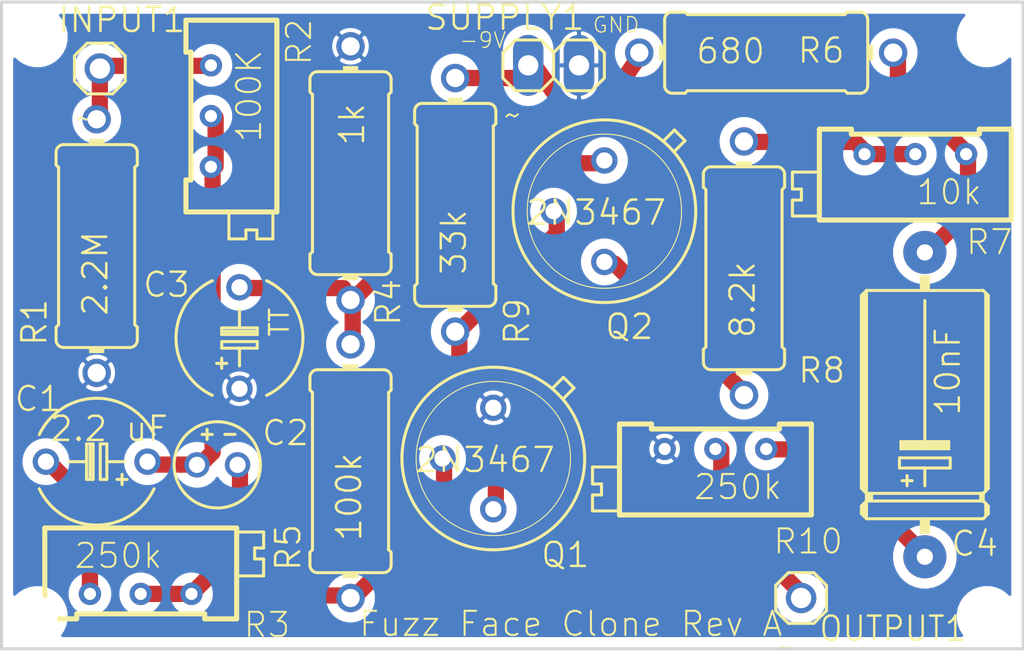
<source format=kicad_pcb>
(kicad_pcb (version 4) (host pcbnew 4.0.7)

  (general
    (links 29)
    (no_connects 0)
    (area 122.873599 88.741099 174.128601 121.266101)
    (thickness 1.6)
    (drawings 7)
    (tracks 89)
    (zones 0)
    (modules 23)
    (nets 14)
  )

  (page A4)
  (layers
    (0 Top signal)
    (31 Bottom signal)
    (32 B.Adhes user)
    (33 F.Adhes user)
    (34 B.Paste user)
    (35 F.Paste user)
    (36 B.SilkS user)
    (37 F.SilkS user)
    (38 B.Mask user)
    (39 F.Mask user)
    (40 Dwgs.User user)
    (41 Cmts.User user)
    (42 Eco1.User user)
    (43 Eco2.User user)
    (44 Edge.Cuts user)
    (45 Margin user)
    (46 B.CrtYd user)
    (47 F.CrtYd user)
    (48 B.Fab user)
    (49 F.Fab user)
  )

  (setup
    (last_trace_width 0.25)
    (trace_clearance 0.1524)
    (zone_clearance 0.508)
    (zone_45_only no)
    (trace_min 0.1524)
    (segment_width 0.2)
    (edge_width 0.15)
    (via_size 0.6)
    (via_drill 0.4)
    (via_min_size 0.4)
    (via_min_drill 0.3)
    (uvia_size 0.3)
    (uvia_drill 0.1)
    (uvias_allowed no)
    (uvia_min_size 0.2)
    (uvia_min_drill 0.1)
    (pcb_text_width 0.3)
    (pcb_text_size 1.5 1.5)
    (mod_edge_width 0.15)
    (mod_text_size 1 1)
    (mod_text_width 0.15)
    (pad_size 1.524 1.524)
    (pad_drill 0.762)
    (pad_to_mask_clearance 0.2)
    (aux_axis_origin 0 0)
    (visible_elements 7FFFFFFF)
    (pcbplotparams
      (layerselection 0x00030_80000001)
      (usegerberextensions false)
      (excludeedgelayer true)
      (linewidth 0.100000)
      (plotframeref false)
      (viasonmask false)
      (mode 1)
      (useauxorigin false)
      (hpglpennumber 1)
      (hpglpenspeed 20)
      (hpglpendiameter 15)
      (hpglpenoverlay 2)
      (psnegative false)
      (psa4output false)
      (plotreference true)
      (plotvalue true)
      (plotinvisibletext false)
      (padsonsilk false)
      (subtractmaskfromsilk false)
      (outputformat 1)
      (mirror false)
      (drillshape 1)
      (scaleselection 1)
      (outputdirectory ""))
  )

  (net 0 "")
  (net 1 GND)
  (net 2 -9V)
  (net 3 /N2)
  (net 4 /N1)
  (net 5 /N3)
  (net 6 /N4)
  (net 7 /N9)
  (net 8 /N8)
  (net 9 /INPUT)
  (net 10 /OUTPUT)
  (net 11 /N5)
  (net 12 /N6)
  (net 13 /N7)

  (net_class Default "This is the default net class."
    (clearance 0.1524)
    (trace_width 0.25)
    (via_dia 0.6)
    (via_drill 0.4)
    (uvia_dia 0.3)
    (uvia_drill 0.1)
    (add_net -9V)
    (add_net /INPUT)
    (add_net /N1)
    (add_net /N2)
    (add_net /N3)
    (add_net /N4)
    (add_net /N5)
    (add_net /N6)
    (add_net /N7)
    (add_net /N8)
    (add_net /N9)
    (add_net /OUTPUT)
    (add_net GND)
  )

  (module "" (layer Top) (tedit 5AA4F3B4) (tstamp 0)
    (at 124.74985 90.5661)
    (fp_text reference @HOLE0 (at -1.31855 2.5376 270) (layer F.SilkS) hide
      (effects (font (size 0.524 0.524) (thickness 0.1)))
    )
    (fp_text value "" (at 0 0) (layer F.SilkS)
      (effects (font (thickness 0.15)))
    )
    (pad "" np_thru_hole circle (at 0 0) (size 2 2) (drill 2) (layers *.Cu))
  )

  (module "" (layer Top) (tedit 5AA4F44C) (tstamp 0)
    (at 172.24985 90.5661)
    (fp_text reference @HOLE1 (at -2.40005 -1.0311) (layer F.SilkS) hide
      (effects (font (size 0.524 0.524) (thickness 0.1)))
    )
    (fp_text value "" (at 0 0) (layer F.SilkS)
      (effects (font (thickness 0.15)))
    )
    (pad "" np_thru_hole circle (at 0 0) (size 2 2) (drill 2) (layers *.Cu))
  )

  (module "" (layer Top) (tedit 5AA4F43A) (tstamp 0)
    (at 172.24985 119.5661)
    (fp_text reference @HOLE2 (at 1.18135 -2.8277 90) (layer F.SilkS) hide
      (effects (font (size 0.524 0.524) (thickness 0.1)))
    )
    (fp_text value "" (at 0 0) (layer F.SilkS)
      (effects (font (thickness 0.15)))
    )
    (pad "" np_thru_hole circle (at 0 0) (size 2 2) (drill 2) (layers *.Cu))
  )

  (module "" (layer Top) (tedit 5AA4F3A7) (tstamp 0)
    (at 124.74985 119.5661)
    (fp_text reference @HOLE3 (at 2.33905 1.1855) (layer F.SilkS) hide
      (effects (font (size 0.524 0.524) (thickness 0.1)))
    )
    (fp_text value "" (at 0 0) (layer F.SilkS)
      (effects (font (thickness 0.15)))
    )
    (pad "" np_thru_hole circle (at 0 0) (size 2 2) (drill 2) (layers *.Cu))
  )

  (module TAP5-60 (layer Top) (tedit 5AA4F4D1) (tstamp 5AA4EAF8)
    (at 127.7111 111.82485 180)
    (descr "<b>ELECTROLYTIC CAPACITOR</b><p>\ndiameter 6.0 mm, grid 5.08 mm")
    (path /5AA4E7CF)
    (fp_text reference C1 (at 1.6763 3.84945 360) (layer F.SilkS)
      (effects (font (size 1.2065 1.2065) (thickness 0.12065)) (justify right top))
    )
    (fp_text value "2.2 uF" (at -3.6577 2.35085 180) (layer F.SilkS)
      (effects (font (size 1.2065 1.2065) (thickness 0.127)) (justify right top))
    )
    (fp_line (start -1.397 0) (end -0.508 0) (layer F.SilkS) (width 0.1524))
    (fp_line (start -0.508 0) (end -0.508 0.889) (layer F.SilkS) (width 0.1524))
    (fp_line (start -0.508 0.889) (end -0.1778 0.889) (layer F.SilkS) (width 0.1524))
    (fp_line (start -0.1778 0.889) (end -0.1778 -0.889) (layer F.SilkS) (width 0.1524))
    (fp_line (start -0.1778 -0.889) (end -0.508 -0.889) (layer F.SilkS) (width 0.1524))
    (fp_line (start -0.508 -0.889) (end -0.508 0) (layer F.SilkS) (width 0.1524))
    (fp_line (start 0.508 0) (end 1.397 0) (layer F.SilkS) (width 0.1524))
    (fp_line (start -1.27 -0.635) (end -1.27 -1.143) (layer F.SilkS) (width 0.1524))
    (fp_line (start -1.016 -0.889) (end -1.524 -0.889) (layer F.SilkS) (width 0.1524))
    (fp_line (start 0.1778 -0.889) (end 0.1778 0.889) (layer F.SilkS) (width 0.1524))
    (fp_line (start 0.508 -0.889) (end 0.1778 -0.889) (layer F.SilkS) (width 0.1524))
    (fp_line (start 0.1778 0.889) (end 0.508 0.889) (layer F.SilkS) (width 0.1524))
    (fp_line (start 0.508 0.889) (end 0.508 0) (layer F.SilkS) (width 0.1524))
    (fp_line (start 0.508 0) (end 0.508 -0.889) (layer F.SilkS) (width 0.1524))
    (fp_line (start 0.3302 0.762) (end 0.3302 -0.762) (layer F.SilkS) (width 0.1524))
    (fp_arc (start 0 0) (end -2.8702 -1.3574) (angle 129.378377) (layer F.SilkS) (width 0.1524))
    (fp_arc (start 0 0) (end -2.8702 1.3574) (angle -129.378377) (layer F.SilkS) (width 0.1524))
    (fp_arc (start 0 0) (end -2.8702 -1.3574) (angle -50.621623) (layer Dwgs.User) (width 0.1524))
    (fp_arc (start 0 0) (end 2.8702 1.3574) (angle -50.621623) (layer Dwgs.User) (width 0.1524))
    (fp_text user "" (at -1.3209 2.94775 180) (layer F.SilkS)
      (effects (font (size 0.94107 0.94107) (thickness 0.118872)) (justify left bottom))
    )
    (pad - thru_hole circle (at 2.54 0 180) (size 1.3208 1.3208) (drill 0.8128) (layers *.Cu *.Mask)
      (net 3 /N2))
    (pad + thru_hole circle (at -2.54 0 180) (size 1.3208 1.3208) (drill 0.8128) (layers *.Cu *.Mask)
      (net 4 /N1))
  )

  (module TAP5-60 (layer Top) (tedit 5AA4F41B) (tstamp 5AA4EB11)
    (at 134.85485 105.6336 90)
    (descr "<b>ELECTROLYTIC CAPACITOR</b><p>\ndiameter 6.0 mm, grid 5.08 mm")
    (path /5AA4E897)
    (fp_text reference C3 (at 3.3732 -2.39385 180) (layer F.SilkS)
      (effects (font (size 1.2065 1.2065) (thickness 0.12065)) (justify right top))
    )
    (fp_text value "" (at 2.921 2.921 90) (layer F.SilkS)
      (effects (font (size 1.2065 1.2065) (thickness 0.127)) (justify left bottom))
    )
    (fp_line (start -1.397 0) (end -0.508 0) (layer F.SilkS) (width 0.1524))
    (fp_line (start -0.508 0) (end -0.508 0.889) (layer F.SilkS) (width 0.1524))
    (fp_line (start -0.508 0.889) (end -0.1778 0.889) (layer F.SilkS) (width 0.1524))
    (fp_line (start -0.1778 0.889) (end -0.1778 -0.889) (layer F.SilkS) (width 0.1524))
    (fp_line (start -0.1778 -0.889) (end -0.508 -0.889) (layer F.SilkS) (width 0.1524))
    (fp_line (start -0.508 -0.889) (end -0.508 0) (layer F.SilkS) (width 0.1524))
    (fp_line (start 0.508 0) (end 1.397 0) (layer F.SilkS) (width 0.1524))
    (fp_line (start -1.27 -0.635) (end -1.27 -1.143) (layer F.SilkS) (width 0.1524))
    (fp_line (start -1.016 -0.889) (end -1.524 -0.889) (layer F.SilkS) (width 0.1524))
    (fp_line (start 0.1778 -0.889) (end 0.1778 0.889) (layer F.SilkS) (width 0.1524))
    (fp_line (start 0.508 -0.889) (end 0.1778 -0.889) (layer F.SilkS) (width 0.1524))
    (fp_line (start 0.1778 0.889) (end 0.508 0.889) (layer F.SilkS) (width 0.1524))
    (fp_line (start 0.508 0.889) (end 0.508 0) (layer F.SilkS) (width 0.1524))
    (fp_line (start 0.508 0) (end 0.508 -0.889) (layer F.SilkS) (width 0.1524))
    (fp_line (start 0.3302 0.762) (end 0.3302 -0.762) (layer F.SilkS) (width 0.1524))
    (fp_arc (start 0 0) (end -2.8702 -1.3574) (angle 129.378377) (layer F.SilkS) (width 0.1524))
    (fp_arc (start 0 0) (end -2.8702 1.3574) (angle -129.378377) (layer F.SilkS) (width 0.1524))
    (fp_arc (start 0 0) (end -2.8702 -1.3574) (angle -50.621623) (layer Dwgs.User) (width 0.1524))
    (fp_arc (start 0 0) (end 2.8702 1.3574) (angle -50.621623) (layer Dwgs.User) (width 0.1524))
    (fp_text user TT (at 0 2.54 90) (layer F.SilkS)
      (effects (font (size 0.94107 0.94107) (thickness 0.118872)) (justify left bottom))
    )
    (pad - thru_hole circle (at 2.54 0 90) (size 1.3208 1.3208) (drill 0.8128) (layers *.Cu *.Mask)
      (net 6 /N4))
    (pad + thru_hole circle (at -2.54 0 90) (size 1.3208 1.3208) (drill 0.8128) (layers *.Cu *.Mask)
      (net 1 GND))
  )

  (module E2-4 (layer Top) (tedit 5AA4F3FB) (tstamp 5AA4EB2A)
    (at 133.7436 111.9836)
    (descr "<b>ELECTROLYTIC CAPACITOR</b><p>\ngrid 2 mm, diameter 4 mm")
    (path /5AA4E95F)
    (fp_text reference C2 (at 2.159 -0.889) (layer F.SilkS)
      (effects (font (size 1.2065 1.2065) (thickness 0.12065)) (justify left bottom))
    )
    (fp_text value "" (at 1.8543 2.2021) (layer F.SilkS)
      (effects (font (size 1.2065 1.2065) (thickness 0.127)) (justify left bottom))
    )
    (fp_line (start -1.524 0) (end -0.762 0) (layer Dwgs.User) (width 0.1524))
    (fp_line (start -0.762 0) (end -0.762 1.016) (layer Dwgs.User) (width 0.1524))
    (fp_line (start -0.762 1.016) (end -0.254 1.016) (layer Dwgs.User) (width 0.1524))
    (fp_line (start -0.254 1.016) (end -0.254 -1.016) (layer Dwgs.User) (width 0.1524))
    (fp_line (start -0.254 -1.016) (end -0.762 -1.016) (layer Dwgs.User) (width 0.1524))
    (fp_line (start -0.762 -1.016) (end -0.762 0) (layer Dwgs.User) (width 0.1524))
    (fp_line (start 0.635 0) (end 1.524 0) (layer Dwgs.User) (width 0.1524))
    (fp_line (start -0.762 -1.524) (end -0.254 -1.524) (layer F.SilkS) (width 0.1524))
    (fp_line (start -0.508 -1.27) (end -0.508 -1.778) (layer F.SilkS) (width 0.1524))
    (fp_line (start 0.381 -1.524) (end 0.889 -1.524) (layer F.SilkS) (width 0.1524))
    (fp_circle (center 0 0) (end 2.159 0) (layer F.SilkS) (width 0.1524))
    (fp_poly (pts (xy 0.254 1.016) (xy 0.762 1.016) (xy 0.762 -1.016) (xy 0.254 -1.016)) (layer Dwgs.User) (width 0))
    (pad - thru_hole circle (at 1.016 0) (size 1.27 1.27) (drill 0.8128) (layers *.Cu *.Mask)
      (net 5 /N3))
    (pad + thru_hole circle (at -1.016 0) (size 1.27 1.27) (drill 0.8128) (layers *.Cu *.Mask)
      (net 4 /N1))
  )

  (module E15-6 (layer Top) (tedit 5AA4F477) (tstamp 5AA4EB3B)
    (at 169.14485 108.96735 90)
    (descr "<b>ELECTROLYTIC CAPACITOR</b><p>\ngrid 15.24 mm, diameter 6 mm")
    (path /5AA4EA27)
    (fp_text reference C4 (at -6.25975 3.75295 360) (layer F.SilkS)
      (effects (font (size 1.2065 1.2065) (thickness 0.12065)) (justify right top))
    )
    (fp_text value 10nF (at -0.635 1.8542 90) (layer F.SilkS)
      (effects (font (size 1.2065 1.2065) (thickness 0.12065)) (justify left bottom))
    )
    (fp_line (start -4.064 0) (end -3.175 0) (layer F.SilkS) (width 0.1524))
    (fp_line (start -3.175 0) (end -3.175 1.27) (layer F.SilkS) (width 0.1524))
    (fp_line (start -3.175 1.27) (end -2.667 1.27) (layer F.SilkS) (width 0.1524))
    (fp_line (start -2.667 1.27) (end -2.667 -1.27) (layer F.SilkS) (width 0.1524))
    (fp_line (start -2.667 -1.27) (end -3.175 -1.27) (layer F.SilkS) (width 0.1524))
    (fp_line (start -3.175 -1.27) (end -3.175 0) (layer F.SilkS) (width 0.1524))
    (fp_line (start -1.905 0) (end 5.207 0) (layer F.SilkS) (width 0.1524))
    (fp_line (start -3.81 -1.143) (end -3.81 -0.635) (layer F.SilkS) (width 0.1524))
    (fp_line (start -4.064 -0.889) (end -3.556 -0.889) (layer F.SilkS) (width 0.1524))
    (fp_line (start -5.715 2.921) (end -5.715 -2.921) (layer F.SilkS) (width 0.1524))
    (fp_line (start -4.191 -3.175) (end 5.461 -3.175) (layer F.SilkS) (width 0.1524))
    (fp_line (start 5.715 -2.921) (end 5.461 -3.175) (layer F.SilkS) (width 0.1524))
    (fp_line (start -4.445 -2.921) (end -4.191 -3.175) (layer F.SilkS) (width 0.1524))
    (fp_line (start -5.461 -3.175) (end -5.715 -2.921) (layer F.SilkS) (width 0.1524))
    (fp_line (start -5.08 -3.175) (end -4.826 -2.921) (layer F.SilkS) (width 0.1524))
    (fp_line (start -5.461 -3.048) (end -5.08 -3.048) (layer F.SilkS) (width 0.3048))
    (fp_line (start -5.461 -3.175) (end -5.08 -3.175) (layer F.SilkS) (width 0.1524))
    (fp_line (start -5.715 -2.921) (end -4.826 -2.921) (layer F.SilkS) (width 0.1524))
    (fp_line (start -4.826 -2.921) (end -4.826 -2.667) (layer F.SilkS) (width 0.1524))
    (fp_line (start -4.445 -2.921) (end -4.445 -2.667) (layer F.SilkS) (width 0.1524))
    (fp_line (start -4.191 -3.048) (end 5.461 -3.048) (layer F.SilkS) (width 0.3048))
    (fp_line (start -4.445 -2.921) (end 5.715 -2.921) (layer F.SilkS) (width 0.1524))
    (fp_line (start -4.826 -2.667) (end -4.445 -2.667) (layer F.SilkS) (width 0.1524))
    (fp_line (start -4.826 -2.921) (end -4.445 -2.921) (layer F.SilkS) (width 0.1524))
    (fp_line (start -4.191 3.175) (end 5.461 3.175) (layer F.SilkS) (width 0.1524))
    (fp_line (start -4.826 -2.667) (end -4.826 2.794) (layer F.SilkS) (width 0.1524))
    (fp_line (start -4.826 2.794) (end -4.826 2.8702) (layer F.SilkS) (width 0.1524))
    (fp_line (start -4.445 -2.667) (end -4.445 2.794) (layer F.SilkS) (width 0.1524))
    (fp_line (start -4.445 2.794) (end -4.445 2.8702) (layer F.SilkS) (width 0.1524))
    (fp_line (start -4.826 2.921) (end -4.445 2.921) (layer F.SilkS) (width 0.1524))
    (fp_line (start -4.826 2.794) (end -4.445 2.794) (layer F.SilkS) (width 0.1524))
    (fp_line (start 5.715 -2.921) (end 5.715 2.921) (layer F.SilkS) (width 0.1524))
    (fp_line (start 5.715 2.921) (end 5.588 3.048) (layer F.SilkS) (width 0.1524))
    (fp_line (start -5.715 2.921) (end -5.588 3.048) (layer F.SilkS) (width 0.1524))
    (fp_line (start -5.588 3.048) (end -5.461 3.175) (layer F.SilkS) (width 0.1524))
    (fp_line (start -5.08 3.175) (end -4.953 3.048) (layer F.SilkS) (width 0.1524))
    (fp_line (start -4.953 3.048) (end -4.826 2.921) (layer F.SilkS) (width 0.1524))
    (fp_line (start -5.461 3.175) (end -5.08 3.175) (layer F.SilkS) (width 0.1524))
    (fp_line (start -5.588 3.048) (end -4.953 3.048) (layer F.SilkS) (width 0.1524))
    (fp_line (start -4.445 2.921) (end -4.318 3.048) (layer F.SilkS) (width 0.1524))
    (fp_line (start -4.318 3.048) (end -4.191 3.175) (layer F.SilkS) (width 0.1524))
    (fp_line (start -4.318 3.048) (end 5.588 3.048) (layer F.SilkS) (width 0.1524))
    (fp_line (start 5.588 3.048) (end 5.461 3.175) (layer F.SilkS) (width 0.1524))
    (fp_line (start 5.461 3.1242) (end -4.191 3.1242) (layer F.SilkS) (width 0.1524))
    (fp_line (start -4.191 3.1242) (end -4.191 3.175) (layer F.SilkS) (width 0.1524))
    (fp_line (start -5.08 3.1242) (end -5.461 3.1242) (layer F.SilkS) (width 0.1524))
    (fp_line (start -5.461 3.1242) (end -5.461 3.175) (layer F.SilkS) (width 0.1524))
    (fp_line (start -4.445 2.8702) (end -4.826 2.8702) (layer F.SilkS) (width 0.1524))
    (fp_line (start -4.445 2.8702) (end -4.445 2.921) (layer F.SilkS) (width 0.1524))
    (fp_line (start -4.826 2.8702) (end -4.826 2.921) (layer F.SilkS) (width 0.1524))
    (fp_line (start -4.699 -2.794) (end -4.572 -2.794) (layer F.SilkS) (width 0.3048))
    (fp_line (start 7.62 0) (end 6.477 0) (layer Dwgs.User) (width 0.508))
    (fp_line (start -7.62 0) (end -6.477 0) (layer Dwgs.User) (width 0.508))
    (fp_poly (pts (xy -2.286 1.27) (xy -1.778 1.27) (xy -1.778 -1.27) (xy -2.286 -1.27)) (layer F.SilkS) (width 0))
    (fp_poly (pts (xy -6.477 0.254) (xy -5.715 0.254) (xy -5.715 -0.254) (xy -6.477 -0.254)) (layer F.SilkS) (width 0))
    (fp_poly (pts (xy 5.715 0.254) (xy 6.477 0.254) (xy 6.477 -0.254) (xy 5.715 -0.254)) (layer F.SilkS) (width 0))
    (pad + thru_hole circle (at -7.62 0 90) (size 2.159 2.159) (drill 0.8128) (layers *.Cu *.Mask)
      (net 7 /N9))
    (pad - thru_hole circle (at 7.62 0 90) (size 2.159 2.159) (drill 0.8128) (layers *.Cu *.Mask)
      (net 8 /N8))
  )

  (module 1X01 (layer Top) (tedit 5AA4F3B8) (tstamp 5AA4EB78)
    (at 127.86985 92.13985)
    (descr "<b>PIN HEADER</b>")
    (path /5AA4EAEF)
    (fp_text reference INPUT1 (at -2.17795 -1.72855) (layer F.SilkS)
      (effects (font (size 1.2065 1.2065) (thickness 0.127)) (justify left bottom))
    )
    (fp_text value ~ (at -1.27 3.175) (layer F.SilkS)
      (effects (font (size 1.2065 1.2065) (thickness 0.1016)) (justify left bottom))
    )
    (fp_line (start -0.635 -1.27) (end 0.635 -1.27) (layer F.SilkS) (width 0.1524))
    (fp_line (start 0.635 -1.27) (end 1.27 -0.635) (layer F.SilkS) (width 0.1524))
    (fp_line (start 1.27 -0.635) (end 1.27 0.635) (layer F.SilkS) (width 0.1524))
    (fp_line (start 1.27 0.635) (end 0.635 1.27) (layer F.SilkS) (width 0.1524))
    (fp_line (start -1.27 -0.635) (end -1.27 0.635) (layer F.SilkS) (width 0.1524))
    (fp_line (start -0.635 -1.27) (end -1.27 -0.635) (layer F.SilkS) (width 0.1524))
    (fp_line (start -1.27 0.635) (end -0.635 1.27) (layer F.SilkS) (width 0.1524))
    (fp_line (start 0.635 1.27) (end -0.635 1.27) (layer F.SilkS) (width 0.1524))
    (fp_poly (pts (xy -0.254 0.254) (xy 0.254 0.254) (xy 0.254 -0.254) (xy -0.254 -0.254)) (layer Dwgs.User) (width 0))
    (pad 1 thru_hole circle (at 0 0) (size 1.524 1.524) (drill 1.016) (layers *.Cu *.Mask)
      (net 9 /INPUT))
  )

  (module 1X01 (layer Top) (tedit 5AA4F4BF) (tstamp 5AA4EB85)
    (at 162.9536 118.6511)
    (descr "<b>PIN HEADER</b>")
    (path /5AA4EBB7)
    (fp_text reference OUTPUT1 (at 0.8383 2.2402) (layer F.SilkS)
      (effects (font (size 1.2065 1.1065) (thickness 0.12065)) (justify left bottom))
    )
    (fp_text value ~ (at -1.27 3.175) (layer F.SilkS)
      (effects (font (size 1.2065 1.2065) (thickness 0.09652)) (justify left bottom))
    )
    (fp_line (start -0.635 -1.27) (end 0.635 -1.27) (layer F.SilkS) (width 0.1524))
    (fp_line (start 0.635 -1.27) (end 1.27 -0.635) (layer F.SilkS) (width 0.1524))
    (fp_line (start 1.27 -0.635) (end 1.27 0.635) (layer F.SilkS) (width 0.1524))
    (fp_line (start 1.27 0.635) (end 0.635 1.27) (layer F.SilkS) (width 0.1524))
    (fp_line (start -1.27 -0.635) (end -1.27 0.635) (layer F.SilkS) (width 0.1524))
    (fp_line (start -0.635 -1.27) (end -1.27 -0.635) (layer F.SilkS) (width 0.1524))
    (fp_line (start -1.27 0.635) (end -0.635 1.27) (layer F.SilkS) (width 0.1524))
    (fp_line (start 0.635 1.27) (end -0.635 1.27) (layer F.SilkS) (width 0.1524))
    (fp_poly (pts (xy -0.254 0.254) (xy 0.254 0.254) (xy 0.254 -0.254) (xy -0.254 -0.254)) (layer Dwgs.User) (width 0))
    (pad 1 thru_hole circle (at 0 0) (size 1.524 1.524) (drill 1.016) (layers *.Cu *.Mask)
      (net 10 /OUTPUT))
  )

  (module TO39 (layer Top) (tedit 5AA4F420) (tstamp 5AA4EB92)
    (at 147.55485 111.6661 180)
    (descr <b>TO-39</b>)
    (path /5AA4EC7F)
    (fp_text reference Q1 (at -4.88325 -4.1198 360) (layer F.SilkS)
      (effects (font (size 1.2065 1.2065) (thickness 0.12065)) (justify right top))
    )
    (fp_text value 2N3467 (at -3.175 0.635 360) (layer F.SilkS)
      (effects (font (size 1.2065 1.2065) (thickness 0.12065)) (justify right top))
    )
    (fp_line (start -4.0386 3.5306) (end -3.5052 2.9972) (layer F.SilkS) (width 0.1524))
    (fp_line (start -2.9718 3.5306) (end -3.5052 4.064) (layer F.SilkS) (width 0.1524))
    (fp_line (start -3.5052 4.064) (end -4.0386 3.5306) (layer F.SilkS) (width 0.1524))
    (fp_circle (center 0 0) (end 4.572 0) (layer F.SilkS) (width 0.1524))
    (fp_circle (center 0 0) (end 3.8608 0) (layer F.SilkS) (width 0.0508))
    (pad 1 thru_hole circle (at 0 2.54 180) (size 1.3208 1.3208) (drill 0.8128) (layers *.Cu *.Mask)
      (net 1 GND))
    (pad 2 thru_hole circle (at 2.54 0 180) (size 1.3208 1.3208) (drill 0.8128) (layers *.Cu *.Mask)
      (net 5 /N3))
    (pad 3 thru_hole circle (at 0 -2.54 180) (size 1.3208 1.3208) (drill 0.8128) (layers *.Cu *.Mask)
      (net 11 /N5))
  )

  (module TO39 (layer Top) (tedit 0) (tstamp 5AA4EB9D)
    (at 153.1111 99.2836 180)
    (descr <b>TO-39</b>)
    (path /5AA4ED47)
    (fp_text reference Q2 (at -2.54 -5.08 180) (layer F.SilkS)
      (effects (font (size 1.2065 1.2065) (thickness 0.127)) (justify right top))
    )
    (fp_text value 2N3467 (at -3.175 0.635 180) (layer F.SilkS)
      (effects (font (size 1.2065 1.2065) (thickness 0.127)) (justify right top))
    )
    (fp_line (start -4.0386 3.5306) (end -3.5052 2.9972) (layer F.SilkS) (width 0.1524))
    (fp_line (start -2.9718 3.5306) (end -3.5052 4.064) (layer F.SilkS) (width 0.1524))
    (fp_line (start -3.5052 4.064) (end -4.0386 3.5306) (layer F.SilkS) (width 0.1524))
    (fp_circle (center 0 0) (end 4.572 0) (layer F.SilkS) (width 0.1524))
    (fp_circle (center 0 0) (end 3.8608 0) (layer F.SilkS) (width 0.0508))
    (pad 1 thru_hole circle (at 0 2.54 180) (size 1.3208 1.3208) (drill 0.8128) (layers *.Cu *.Mask)
      (net 6 /N4))
    (pad 2 thru_hole circle (at 2.54 0 180) (size 1.3208 1.3208) (drill 0.8128) (layers *.Cu *.Mask)
      (net 11 /N5))
    (pad 3 thru_hole circle (at 0 -2.54 180) (size 1.3208 1.3208) (drill 0.8128) (layers *.Cu *.Mask)
      (net 12 /N6))
  )

  (module 0411%2f12 (layer Top) (tedit 0) (tstamp 5AA4EBA8)
    (at 127.7111 101.02985 90)
    (descr "<b>RESISTOR</b><p>\ntype 0411, grid 12.5 mm")
    (path /5AA4EE0F)
    (fp_text reference R1 (at -5.08 -2.413 90) (layer F.SilkS)
      (effects (font (size 1.2065 1.2065) (thickness 0.127)) (justify left bottom))
    )
    (fp_text value 2.2M (at -3.5814 0.635 90) (layer F.SilkS)
      (effects (font (size 1.2065 1.2065) (thickness 0.127)) (justify left bottom))
    )
    (fp_line (start 6.35 0) (end 5.461 0) (layer Dwgs.User) (width 0.762))
    (fp_line (start -6.35 0) (end -5.461 0) (layer Dwgs.User) (width 0.762))
    (fp_line (start 5.08 1.651) (end 5.08 -1.651) (layer F.SilkS) (width 0.1524))
    (fp_arc (start 4.699 -1.651) (end 4.699 -2.032) (angle 90) (layer F.SilkS) (width 0.1524))
    (fp_arc (start -4.699 1.651) (end -5.08 1.651) (angle -90) (layer F.SilkS) (width 0.1524))
    (fp_arc (start 4.699 1.651) (end 4.699 2.032) (angle -90) (layer F.SilkS) (width 0.1524))
    (fp_arc (start -4.699 -1.651) (end -5.08 -1.651) (angle 90) (layer F.SilkS) (width 0.1524))
    (fp_line (start 4.699 -2.032) (end 4.064 -2.032) (layer F.SilkS) (width 0.1524))
    (fp_line (start 3.937 -1.905) (end 4.064 -2.032) (layer F.SilkS) (width 0.1524))
    (fp_line (start 4.699 2.032) (end 4.064 2.032) (layer F.SilkS) (width 0.1524))
    (fp_line (start 3.937 1.905) (end 4.064 2.032) (layer F.SilkS) (width 0.1524))
    (fp_line (start -3.937 -1.905) (end -4.064 -2.032) (layer F.SilkS) (width 0.1524))
    (fp_line (start -3.937 -1.905) (end 3.937 -1.905) (layer F.SilkS) (width 0.1524))
    (fp_line (start -3.937 1.905) (end -4.064 2.032) (layer F.SilkS) (width 0.1524))
    (fp_line (start -3.937 1.905) (end 3.937 1.905) (layer F.SilkS) (width 0.1524))
    (fp_line (start -5.08 -1.651) (end -5.08 1.651) (layer F.SilkS) (width 0.1524))
    (fp_line (start -4.699 -2.032) (end -4.064 -2.032) (layer F.SilkS) (width 0.1524))
    (fp_line (start -4.699 2.032) (end -4.064 2.032) (layer F.SilkS) (width 0.1524))
    (fp_poly (pts (xy -5.3594 0.381) (xy -5.08 0.381) (xy -5.08 -0.381) (xy -5.3594 -0.381)) (layer F.SilkS) (width 0))
    (fp_poly (pts (xy 5.08 0.381) (xy 5.3594 0.381) (xy 5.3594 -0.381) (xy 5.08 -0.381)) (layer F.SilkS) (width 0))
    (pad 1 thru_hole circle (at -6.35 0 90) (size 1.4224 1.4224) (drill 0.9144) (layers *.Cu *.Mask)
      (net 1 GND))
    (pad 2 thru_hole circle (at 6.35 0 90) (size 1.4224 1.4224) (drill 0.9144) (layers *.Cu *.Mask)
      (net 9 /INPUT))
  )

  (module RTRIM64X (layer Top) (tedit 5AA4F47B) (tstamp 5AA4EBC1)
    (at 158.66735 112.45985 90)
    (descr "<b>Trimm resistor</b> Spectrol<p>\nCermet MIL-R-22097")
    (path /5AA4F517)
    (fp_text reference R10 (at -2.65295 6.45805 180) (layer F.SilkS)
      (effects (font (size 1.2065 1.2065) (thickness 0.1016)) (justify right top))
    )
    (fp_text value 250k (at 0.07 3.4 180) (layer F.SilkS)
      (effects (font (size 1.2065 1.2065) (thickness 0.1016)) (justify right top))
    )
    (fp_line (start 2.52 4.8) (end -2.03 4.8) (layer F.SilkS) (width 0.254))
    (fp_line (start -2.03 4.8) (end -2.03 -4.8) (layer F.SilkS) (width 0.254))
    (fp_line (start -2.03 -4.8) (end 2.52 -4.8) (layer F.SilkS) (width 0.254))
    (fp_line (start 2.52 -4.8) (end 2.52 -3.2) (layer F.SilkS) (width 0.254))
    (fp_line (start 2.52 -3.2) (end 2.27 -3.2) (layer F.SilkS) (width 0.254))
    (fp_line (start 2.27 -3.2) (end 2.27 3.2) (layer F.SilkS) (width 0.254))
    (fp_line (start 2.27 3.2) (end 2.52 3.2) (layer F.SilkS) (width 0.254))
    (fp_line (start 2.52 3.2) (end 2.52 4.8) (layer F.SilkS) (width 0.254))
    (fp_line (start -1.83 -4.95) (end -1.83 -6.15) (layer F.SilkS) (width 0.1524))
    (fp_line (start -1.83 -6.15) (end -1.03 -6.15) (layer F.SilkS) (width 0.1524))
    (fp_line (start -1.03 -6.15) (end -1.03 -5.7) (layer F.SilkS) (width 0.1524))
    (fp_line (start -1.03 -5.7) (end -0.48 -5.7) (layer F.SilkS) (width 0.1524))
    (fp_line (start -0.48 -5.7) (end -0.48 -6.15) (layer F.SilkS) (width 0.1524))
    (fp_line (start -0.48 -6.15) (end 0.37 -6.15) (layer F.SilkS) (width 0.1524))
    (fp_line (start 0.37 -6.15) (end 0.37 -4.95) (layer F.SilkS) (width 0.1524))
    (pad 1 thru_hole circle (at 1.27 2.54 90) (size 1.1176 1.1176) (drill 0.6096) (layers *.Cu *.Mask)
      (net 7 /N9))
    (pad 2 thru_hole circle (at 1.27 0 90) (size 1.1176 1.1176) (drill 0.6096) (layers *.Cu *.Mask)
      (net 10 /OUTPUT))
    (pad 3 thru_hole circle (at 1.27 -2.54 90) (size 1.1176 1.1176) (drill 0.6096) (layers *.Cu *.Mask)
      (net 1 GND))
  )

  (module 0411%2f12 (layer Top) (tedit 5AA4F487) (tstamp 5AA4EBD6)
    (at 145.64985 98.9661 90)
    (descr "<b>RESISTOR</b><p>\ntype 0411, grid 12.5 mm")
    (path /5AA4EED7)
    (fp_text reference R4 (at -6.1391 -2.64785 90) (layer F.SilkS)
      (effects (font (size 1.2065 1.2065) (thickness 0.12065)) (justify left bottom))
    )
    (fp_text value 33k (at -3.5814 0.635 90) (layer F.SilkS)
      (effects (font (size 1.2065 1.2065) (thickness 0.12065)) (justify left bottom))
    )
    (fp_line (start 6.35 0) (end 5.461 0) (layer Dwgs.User) (width 0.762))
    (fp_line (start -6.35 0) (end -5.461 0) (layer Dwgs.User) (width 0.762))
    (fp_line (start 5.08 1.651) (end 5.08 -1.651) (layer F.SilkS) (width 0.1524))
    (fp_arc (start 4.699 -1.651) (end 4.699 -2.032) (angle 90) (layer F.SilkS) (width 0.1524))
    (fp_arc (start -4.699 1.651) (end -5.08 1.651) (angle -90) (layer F.SilkS) (width 0.1524))
    (fp_arc (start 4.699 1.651) (end 4.699 2.032) (angle -90) (layer F.SilkS) (width 0.1524))
    (fp_arc (start -4.699 -1.651) (end -5.08 -1.651) (angle 90) (layer F.SilkS) (width 0.1524))
    (fp_line (start 4.699 -2.032) (end 4.064 -2.032) (layer F.SilkS) (width 0.1524))
    (fp_line (start 3.937 -1.905) (end 4.064 -2.032) (layer F.SilkS) (width 0.1524))
    (fp_line (start 4.699 2.032) (end 4.064 2.032) (layer F.SilkS) (width 0.1524))
    (fp_line (start 3.937 1.905) (end 4.064 2.032) (layer F.SilkS) (width 0.1524))
    (fp_line (start -3.937 -1.905) (end -4.064 -2.032) (layer F.SilkS) (width 0.1524))
    (fp_line (start -3.937 -1.905) (end 3.937 -1.905) (layer F.SilkS) (width 0.1524))
    (fp_line (start -3.937 1.905) (end -4.064 2.032) (layer F.SilkS) (width 0.1524))
    (fp_line (start -3.937 1.905) (end 3.937 1.905) (layer F.SilkS) (width 0.1524))
    (fp_line (start -5.08 -1.651) (end -5.08 1.651) (layer F.SilkS) (width 0.1524))
    (fp_line (start -4.699 -2.032) (end -4.064 -2.032) (layer F.SilkS) (width 0.1524))
    (fp_line (start -4.699 2.032) (end -4.064 2.032) (layer F.SilkS) (width 0.1524))
    (fp_poly (pts (xy -5.3594 0.381) (xy -5.08 0.381) (xy -5.08 -0.381) (xy -5.3594 -0.381)) (layer F.SilkS) (width 0))
    (fp_poly (pts (xy 5.08 0.381) (xy 5.3594 0.381) (xy 5.3594 -0.381) (xy 5.08 -0.381)) (layer F.SilkS) (width 0))
    (pad 1 thru_hole circle (at -6.35 0 90) (size 1.4224 1.4224) (drill 0.9144) (layers *.Cu *.Mask)
      (net 11 /N5))
    (pad 2 thru_hole circle (at 6.35 0 90) (size 1.4224 1.4224) (drill 0.9144) (layers *.Cu *.Mask)
      (net 2 -9V))
  )

  (module 0411%2f12 (layer Top) (tedit 5AA4F466) (tstamp 5AA4EBEF)
    (at 161.20735 91.3461)
    (descr "<b>RESISTOR</b><p>\ntype 0411, grid 12.5 mm")
    (path /5AA4EF9F)
    (fp_text reference R6 (at 1.49235 0.6019) (layer F.SilkS)
      (effects (font (size 1.2065 1.2065) (thickness 0.12065)) (justify left bottom))
    )
    (fp_text value 680 (at -3.5814 0.635) (layer F.SilkS)
      (effects (font (size 1.2065 1.2065) (thickness 0.12065)) (justify left bottom))
    )
    (fp_line (start 6.35 0) (end 5.461 0) (layer Dwgs.User) (width 0.762))
    (fp_line (start -6.35 0) (end -5.461 0) (layer Dwgs.User) (width 0.762))
    (fp_line (start 5.08 1.651) (end 5.08 -1.651) (layer F.SilkS) (width 0.1524))
    (fp_arc (start 4.699 -1.651) (end 4.699 -2.032) (angle 90) (layer F.SilkS) (width 0.1524))
    (fp_arc (start -4.699 1.651) (end -5.08 1.651) (angle -90) (layer F.SilkS) (width 0.1524))
    (fp_arc (start 4.699 1.651) (end 4.699 2.032) (angle -90) (layer F.SilkS) (width 0.1524))
    (fp_arc (start -4.699 -1.651) (end -5.08 -1.651) (angle 90) (layer F.SilkS) (width 0.1524))
    (fp_line (start 4.699 -2.032) (end 4.064 -2.032) (layer F.SilkS) (width 0.1524))
    (fp_line (start 3.937 -1.905) (end 4.064 -2.032) (layer F.SilkS) (width 0.1524))
    (fp_line (start 4.699 2.032) (end 4.064 2.032) (layer F.SilkS) (width 0.1524))
    (fp_line (start 3.937 1.905) (end 4.064 2.032) (layer F.SilkS) (width 0.1524))
    (fp_line (start -3.937 -1.905) (end -4.064 -2.032) (layer F.SilkS) (width 0.1524))
    (fp_line (start -3.937 -1.905) (end 3.937 -1.905) (layer F.SilkS) (width 0.1524))
    (fp_line (start -3.937 1.905) (end -4.064 2.032) (layer F.SilkS) (width 0.1524))
    (fp_line (start -3.937 1.905) (end 3.937 1.905) (layer F.SilkS) (width 0.1524))
    (fp_line (start -5.08 -1.651) (end -5.08 1.651) (layer F.SilkS) (width 0.1524))
    (fp_line (start -4.699 -2.032) (end -4.064 -2.032) (layer F.SilkS) (width 0.1524))
    (fp_line (start -4.699 2.032) (end -4.064 2.032) (layer F.SilkS) (width 0.1524))
    (fp_poly (pts (xy -5.3594 0.381) (xy -5.08 0.381) (xy -5.08 -0.381) (xy -5.3594 -0.381)) (layer F.SilkS) (width 0))
    (fp_poly (pts (xy 5.08 0.381) (xy 5.3594 0.381) (xy 5.3594 -0.381) (xy 5.08 -0.381)) (layer F.SilkS) (width 0))
    (pad 1 thru_hole circle (at -6.35 0) (size 1.4224 1.4224) (drill 0.9144) (layers *.Cu *.Mask)
      (net 2 -9V))
    (pad 2 thru_hole circle (at 6.35 0) (size 1.4224 1.4224) (drill 0.9144) (layers *.Cu *.Mask)
      (net 8 /N8))
  )

  (module 0411%2f12 (layer Top) (tedit 5AA4F46C) (tstamp 5AA4EC08)
    (at 160.0961 102.1411 90)
    (descr "<b>RESISTOR</b><p>\ntype 0411, grid 12.5 mm")
    (path /5AA4F067)
    (fp_text reference R8 (at -5.8216 2.629 180) (layer F.SilkS)
      (effects (font (size 1.2065 1.2065) (thickness 0.127)) (justify left bottom))
    )
    (fp_text value 8.2k (at -3.5814 0.635 90) (layer F.SilkS)
      (effects (font (size 1.2065 1.2065) (thickness 0.127)) (justify left bottom))
    )
    (fp_line (start 6.35 0) (end 5.461 0) (layer Dwgs.User) (width 0.762))
    (fp_line (start -6.35 0) (end -5.461 0) (layer Dwgs.User) (width 0.762))
    (fp_line (start 5.08 1.651) (end 5.08 -1.651) (layer F.SilkS) (width 0.1524))
    (fp_arc (start 4.699 -1.651) (end 4.699 -2.032) (angle 90) (layer F.SilkS) (width 0.1524))
    (fp_arc (start -4.699 1.651) (end -5.08 1.651) (angle -90) (layer F.SilkS) (width 0.1524))
    (fp_arc (start 4.699 1.651) (end 4.699 2.032) (angle -90) (layer F.SilkS) (width 0.1524))
    (fp_arc (start -4.699 -1.651) (end -5.08 -1.651) (angle 90) (layer F.SilkS) (width 0.1524))
    (fp_line (start 4.699 -2.032) (end 4.064 -2.032) (layer F.SilkS) (width 0.1524))
    (fp_line (start 3.937 -1.905) (end 4.064 -2.032) (layer F.SilkS) (width 0.1524))
    (fp_line (start 4.699 2.032) (end 4.064 2.032) (layer F.SilkS) (width 0.1524))
    (fp_line (start 3.937 1.905) (end 4.064 2.032) (layer F.SilkS) (width 0.1524))
    (fp_line (start -3.937 -1.905) (end -4.064 -2.032) (layer F.SilkS) (width 0.1524))
    (fp_line (start -3.937 -1.905) (end 3.937 -1.905) (layer F.SilkS) (width 0.1524))
    (fp_line (start -3.937 1.905) (end -4.064 2.032) (layer F.SilkS) (width 0.1524))
    (fp_line (start -3.937 1.905) (end 3.937 1.905) (layer F.SilkS) (width 0.1524))
    (fp_line (start -5.08 -1.651) (end -5.08 1.651) (layer F.SilkS) (width 0.1524))
    (fp_line (start -4.699 -2.032) (end -4.064 -2.032) (layer F.SilkS) (width 0.1524))
    (fp_line (start -4.699 2.032) (end -4.064 2.032) (layer F.SilkS) (width 0.1524))
    (fp_poly (pts (xy -5.3594 0.381) (xy -5.08 0.381) (xy -5.08 -0.381) (xy -5.3594 -0.381)) (layer F.SilkS) (width 0))
    (fp_poly (pts (xy 5.08 0.381) (xy 5.3594 0.381) (xy 5.3594 -0.381) (xy 5.08 -0.381)) (layer F.SilkS) (width 0))
    (pad 1 thru_hole circle (at -6.35 0 90) (size 1.4224 1.4224) (drill 0.9144) (layers *.Cu *.Mask)
      (net 12 /N6))
    (pad 2 thru_hole circle (at 6.35 0 90) (size 1.4224 1.4224) (drill 0.9144) (layers *.Cu *.Mask)
      (net 13 /N7))
  )

  (module 0411%2f12 (layer Top) (tedit 0) (tstamp 5AA4EC21)
    (at 140.4111 112.3011 90)
    (descr "<b>RESISTOR</b><p>\ntype 0411, grid 12.5 mm")
    (path /5AA4F12F)
    (fp_text reference R5 (at -5.08 -2.413 90) (layer F.SilkS)
      (effects (font (size 1.2065 1.2065) (thickness 0.127)) (justify left bottom))
    )
    (fp_text value 100k (at -3.5814 0.635 90) (layer F.SilkS)
      (effects (font (size 1.2065 1.2065) (thickness 0.127)) (justify left bottom))
    )
    (fp_line (start 6.35 0) (end 5.461 0) (layer Dwgs.User) (width 0.762))
    (fp_line (start -6.35 0) (end -5.461 0) (layer Dwgs.User) (width 0.762))
    (fp_line (start 5.08 1.651) (end 5.08 -1.651) (layer F.SilkS) (width 0.1524))
    (fp_arc (start 4.699 -1.651) (end 4.699 -2.032) (angle 90) (layer F.SilkS) (width 0.1524))
    (fp_arc (start -4.699 1.651) (end -5.08 1.651) (angle -90) (layer F.SilkS) (width 0.1524))
    (fp_arc (start 4.699 1.651) (end 4.699 2.032) (angle -90) (layer F.SilkS) (width 0.1524))
    (fp_arc (start -4.699 -1.651) (end -5.08 -1.651) (angle 90) (layer F.SilkS) (width 0.1524))
    (fp_line (start 4.699 -2.032) (end 4.064 -2.032) (layer F.SilkS) (width 0.1524))
    (fp_line (start 3.937 -1.905) (end 4.064 -2.032) (layer F.SilkS) (width 0.1524))
    (fp_line (start 4.699 2.032) (end 4.064 2.032) (layer F.SilkS) (width 0.1524))
    (fp_line (start 3.937 1.905) (end 4.064 2.032) (layer F.SilkS) (width 0.1524))
    (fp_line (start -3.937 -1.905) (end -4.064 -2.032) (layer F.SilkS) (width 0.1524))
    (fp_line (start -3.937 -1.905) (end 3.937 -1.905) (layer F.SilkS) (width 0.1524))
    (fp_line (start -3.937 1.905) (end -4.064 2.032) (layer F.SilkS) (width 0.1524))
    (fp_line (start -3.937 1.905) (end 3.937 1.905) (layer F.SilkS) (width 0.1524))
    (fp_line (start -5.08 -1.651) (end -5.08 1.651) (layer F.SilkS) (width 0.1524))
    (fp_line (start -4.699 -2.032) (end -4.064 -2.032) (layer F.SilkS) (width 0.1524))
    (fp_line (start -4.699 2.032) (end -4.064 2.032) (layer F.SilkS) (width 0.1524))
    (fp_poly (pts (xy -5.3594 0.381) (xy -5.08 0.381) (xy -5.08 -0.381) (xy -5.3594 -0.381)) (layer F.SilkS) (width 0))
    (fp_poly (pts (xy 5.08 0.381) (xy 5.3594 0.381) (xy 5.3594 -0.381) (xy 5.08 -0.381)) (layer F.SilkS) (width 0))
    (pad 1 thru_hole circle (at -6.35 0 90) (size 1.4224 1.4224) (drill 0.9144) (layers *.Cu *.Mask)
      (net 5 /N3))
    (pad 2 thru_hole circle (at 6.35 0 90) (size 1.4224 1.4224) (drill 0.9144) (layers *.Cu *.Mask)
      (net 6 /N4))
  )

  (module RTRIM64X (layer Top) (tedit 5AA4F222) (tstamp 5AA4EC3A)
    (at 134.6961 94.5211 180)
    (descr "<b>Trimm resistor</b> Spectrol<p>\nCermet MIL-R-22097")
    (path /5AA4F1F7)
    (fp_text reference R2 (at -2.43 4.95 270) (layer F.SilkS)
      (effects (font (size 1.2065 1.2065) (thickness 0.1016)) (justify right top))
    )
    (fp_text value 100K (at 0.07 3.4 270) (layer F.SilkS)
      (effects (font (size 1.2065 1.2065) (thickness 0.1016)) (justify right top))
    )
    (fp_line (start 2.52 4.8) (end -2.03 4.8) (layer F.SilkS) (width 0.254))
    (fp_line (start -2.03 4.8) (end -2.03 -4.8) (layer F.SilkS) (width 0.254))
    (fp_line (start -2.03 -4.8) (end 2.52 -4.8) (layer F.SilkS) (width 0.254))
    (fp_line (start 2.52 -4.8) (end 2.52 -3.2) (layer F.SilkS) (width 0.254))
    (fp_line (start 2.52 -3.2) (end 2.27 -3.2) (layer F.SilkS) (width 0.254))
    (fp_line (start 2.27 -3.2) (end 2.27 3.2) (layer F.SilkS) (width 0.254))
    (fp_line (start 2.27 3.2) (end 2.52 3.2) (layer F.SilkS) (width 0.254))
    (fp_line (start 2.52 3.2) (end 2.52 4.8) (layer F.SilkS) (width 0.254))
    (fp_line (start -1.83 -4.95) (end -1.83 -6.15) (layer F.SilkS) (width 0.1524))
    (fp_line (start -1.83 -6.15) (end -1.03 -6.15) (layer F.SilkS) (width 0.1524))
    (fp_line (start -1.03 -6.15) (end -1.03 -5.7) (layer F.SilkS) (width 0.1524))
    (fp_line (start -1.03 -5.7) (end -0.48 -5.7) (layer F.SilkS) (width 0.1524))
    (fp_line (start -0.48 -5.7) (end -0.48 -6.15) (layer F.SilkS) (width 0.1524))
    (fp_line (start -0.48 -6.15) (end 0.37 -6.15) (layer F.SilkS) (width 0.1524))
    (fp_line (start 0.37 -6.15) (end 0.37 -4.95) (layer F.SilkS) (width 0.1524))
    (pad 1 thru_hole circle (at 1.27 2.54 180) (size 1.1176 1.1176) (drill 0.6096) (layers *.Cu *.Mask)
      (net 9 /INPUT))
    (pad 2 thru_hole circle (at 1.27 0 180) (size 1.1176 1.1176) (drill 0.6096) (layers *.Cu *.Mask)
      (net 4 /N1))
    (pad 3 thru_hole circle (at 1.27 -2.54 180) (size 1.1176 1.1176) (drill 0.6096) (layers *.Cu *.Mask)
      (net 4 /N1))
  )

  (module RTRIM64X (layer Top) (tedit 5AA4F3F2) (tstamp 5AA4EC4F)
    (at 129.9136 117.17485 270)
    (descr "<b>Trimm resistor</b> Spectrol<p>\nCermet MIL-R-22097")
    (path /5AA4F2BF)
    (fp_text reference R3 (at 3.52595 -5.0747 360) (layer F.SilkS)
      (effects (font (size 1.2065 1.2065) (thickness 0.09652)) (justify left bottom))
    )
    (fp_text value 250k (at 0.07 3.4 360) (layer F.SilkS)
      (effects (font (size 1.2065 1.2065) (thickness 0.09652)) (justify left bottom))
    )
    (fp_line (start 2.52 4.8) (end -2.03 4.8) (layer F.SilkS) (width 0.254))
    (fp_line (start -2.03 4.8) (end -2.03 -4.8) (layer F.SilkS) (width 0.254))
    (fp_line (start -2.03 -4.8) (end 2.52 -4.8) (layer F.SilkS) (width 0.254))
    (fp_line (start 2.52 -4.8) (end 2.52 -3.2) (layer F.SilkS) (width 0.254))
    (fp_line (start 2.52 -3.2) (end 2.27 -3.2) (layer F.SilkS) (width 0.254))
    (fp_line (start 2.27 -3.2) (end 2.27 3.2) (layer F.SilkS) (width 0.254))
    (fp_line (start 2.27 3.2) (end 2.52 3.2) (layer F.SilkS) (width 0.254))
    (fp_line (start 2.52 3.2) (end 2.52 4.8) (layer F.SilkS) (width 0.254))
    (fp_line (start -1.83 -4.95) (end -1.83 -6.15) (layer F.SilkS) (width 0.1524))
    (fp_line (start -1.83 -6.15) (end -1.03 -6.15) (layer F.SilkS) (width 0.1524))
    (fp_line (start -1.03 -6.15) (end -1.03 -5.7) (layer F.SilkS) (width 0.1524))
    (fp_line (start -1.03 -5.7) (end -0.48 -5.7) (layer F.SilkS) (width 0.1524))
    (fp_line (start -0.48 -5.7) (end -0.48 -6.15) (layer F.SilkS) (width 0.1524))
    (fp_line (start -0.48 -6.15) (end 0.37 -6.15) (layer F.SilkS) (width 0.1524))
    (fp_line (start 0.37 -6.15) (end 0.37 -4.95) (layer F.SilkS) (width 0.1524))
    (pad 1 thru_hole circle (at 1.27 2.54 270) (size 1.1176 1.1176) (drill 0.6096) (layers *.Cu *.Mask)
      (net 3 /N2))
    (pad 2 thru_hole circle (at 1.27 0 270) (size 1.1176 1.1176) (drill 0.6096) (layers *.Cu *.Mask)
      (net 5 /N3))
    (pad 3 thru_hole circle (at 1.27 -2.54 270) (size 1.1176 1.1176) (drill 0.6096) (layers *.Cu *.Mask)
      (net 5 /N3))
  )

  (module RTRIM64X (layer Top) (tedit 5AA4F2CA) (tstamp 5AA4EC64)
    (at 168.6686 97.6961 90)
    (descr "<b>Trimm resistor</b> Spectrol<p>\nCermet MIL-R-22097")
    (path /5AA4F387)
    (fp_text reference R7 (at -2.43 4.95 180) (layer F.SilkS)
      (effects (font (size 1.2065 1.2065) (thickness 0.1016)) (justify right top))
    )
    (fp_text value 10k (at 0.07 3.4 180) (layer F.SilkS)
      (effects (font (size 1.2065 1.2065) (thickness 0.1016)) (justify right top))
    )
    (fp_line (start 2.52 4.8) (end -2.03 4.8) (layer F.SilkS) (width 0.254))
    (fp_line (start -2.03 4.8) (end -2.03 -4.8) (layer F.SilkS) (width 0.254))
    (fp_line (start -2.03 -4.8) (end 2.52 -4.8) (layer F.SilkS) (width 0.254))
    (fp_line (start 2.52 -4.8) (end 2.52 -3.2) (layer F.SilkS) (width 0.254))
    (fp_line (start 2.52 -3.2) (end 2.27 -3.2) (layer F.SilkS) (width 0.254))
    (fp_line (start 2.27 -3.2) (end 2.27 3.2) (layer F.SilkS) (width 0.254))
    (fp_line (start 2.27 3.2) (end 2.52 3.2) (layer F.SilkS) (width 0.254))
    (fp_line (start 2.52 3.2) (end 2.52 4.8) (layer F.SilkS) (width 0.254))
    (fp_line (start -1.83 -4.95) (end -1.83 -6.15) (layer F.SilkS) (width 0.1524))
    (fp_line (start -1.83 -6.15) (end -1.03 -6.15) (layer F.SilkS) (width 0.1524))
    (fp_line (start -1.03 -6.15) (end -1.03 -5.7) (layer F.SilkS) (width 0.1524))
    (fp_line (start -1.03 -5.7) (end -0.48 -5.7) (layer F.SilkS) (width 0.1524))
    (fp_line (start -0.48 -5.7) (end -0.48 -6.15) (layer F.SilkS) (width 0.1524))
    (fp_line (start -0.48 -6.15) (end 0.37 -6.15) (layer F.SilkS) (width 0.1524))
    (fp_line (start 0.37 -6.15) (end 0.37 -4.95) (layer F.SilkS) (width 0.1524))
    (pad 1 thru_hole circle (at 1.27 2.54 90) (size 1.1176 1.1176) (drill 0.6096) (layers *.Cu *.Mask)
      (net 8 /N8))
    (pad 2 thru_hole circle (at 1.27 0 90) (size 1.1176 1.1176) (drill 0.6096) (layers *.Cu *.Mask)
      (net 13 /N7))
    (pad 3 thru_hole circle (at 1.27 -2.54 90) (size 1.1176 1.1176) (drill 0.6096) (layers *.Cu *.Mask)
      (net 13 /N7))
  )

  (module 0411%2f12 (layer Top) (tedit 5AA4F48E) (tstamp 5AA4EC79)
    (at 140.4111 97.3786 270)
    (descr "<b>RESISTOR</b><p>\ntype 0411, grid 12.5 mm")
    (path /5AA4F44F)
    (fp_text reference R9 (at 6.1645 -7.6201 450) (layer F.SilkS)
      (effects (font (size 1.2065 1.2065) (thickness 0.12065)) (justify right top))
    )
    (fp_text value 1k (at -3.5814 0.635 450) (layer F.SilkS)
      (effects (font (size 1.2065 1.2065) (thickness 0.12065)) (justify right top))
    )
    (fp_line (start 6.35 0) (end 5.461 0) (layer Dwgs.User) (width 0.762))
    (fp_line (start -6.35 0) (end -5.461 0) (layer Dwgs.User) (width 0.762))
    (fp_line (start 5.08 1.651) (end 5.08 -1.651) (layer F.SilkS) (width 0.1524))
    (fp_arc (start 4.699 -1.651) (end 4.699 -2.032) (angle 90) (layer F.SilkS) (width 0.1524))
    (fp_arc (start -4.699 1.651) (end -5.08 1.651) (angle -90) (layer F.SilkS) (width 0.1524))
    (fp_arc (start 4.699 1.651) (end 4.699 2.032) (angle -90) (layer F.SilkS) (width 0.1524))
    (fp_arc (start -4.699 -1.651) (end -5.08 -1.651) (angle 90) (layer F.SilkS) (width 0.1524))
    (fp_line (start 4.699 -2.032) (end 4.064 -2.032) (layer F.SilkS) (width 0.1524))
    (fp_line (start 3.937 -1.905) (end 4.064 -2.032) (layer F.SilkS) (width 0.1524))
    (fp_line (start 4.699 2.032) (end 4.064 2.032) (layer F.SilkS) (width 0.1524))
    (fp_line (start 3.937 1.905) (end 4.064 2.032) (layer F.SilkS) (width 0.1524))
    (fp_line (start -3.937 -1.905) (end -4.064 -2.032) (layer F.SilkS) (width 0.1524))
    (fp_line (start -3.937 -1.905) (end 3.937 -1.905) (layer F.SilkS) (width 0.1524))
    (fp_line (start -3.937 1.905) (end -4.064 2.032) (layer F.SilkS) (width 0.1524))
    (fp_line (start -3.937 1.905) (end 3.937 1.905) (layer F.SilkS) (width 0.1524))
    (fp_line (start -5.08 -1.651) (end -5.08 1.651) (layer F.SilkS) (width 0.1524))
    (fp_line (start -4.699 -2.032) (end -4.064 -2.032) (layer F.SilkS) (width 0.1524))
    (fp_line (start -4.699 2.032) (end -4.064 2.032) (layer F.SilkS) (width 0.1524))
    (fp_poly (pts (xy -5.3594 0.381) (xy -5.08 0.381) (xy -5.08 -0.381) (xy -5.3594 -0.381)) (layer F.SilkS) (width 0))
    (fp_poly (pts (xy 5.08 0.381) (xy 5.3594 0.381) (xy 5.3594 -0.381) (xy 5.08 -0.381)) (layer F.SilkS) (width 0))
    (pad 1 thru_hole circle (at -6.35 0 270) (size 1.4224 1.4224) (drill 0.9144) (layers *.Cu *.Mask)
      (net 1 GND))
    (pad 2 thru_hole circle (at 6.35 0 270) (size 1.4224 1.4224) (drill 0.9144) (layers *.Cu *.Mask)
      (net 6 /N4))
  )

  (module 1X02 (layer Top) (tedit 5AA4F45D) (tstamp 5AA4EC92)
    (at 150.5711 91.9811)
    (descr "<b>PIN HEADER</b>")
    (path /5AA4F89B)
    (fp_text reference SUPPLY1 (at -6.515 -1.6841) (layer F.SilkS)
      (effects (font (size 1.2065 1.2065) (thickness 0.127)) (justify left bottom))
    )
    (fp_text value ~ (at -2.54 3.175) (layer F.SilkS)
      (effects (font (size 1.2065 1.2065) (thickness 0.09652)) (justify left bottom))
    )
    (fp_line (start -1.905 -1.27) (end -0.635 -1.27) (layer F.SilkS) (width 0.1524))
    (fp_line (start -0.635 -1.27) (end 0 -0.635) (layer F.SilkS) (width 0.1524))
    (fp_line (start 0 -0.635) (end 0 0.635) (layer F.SilkS) (width 0.1524))
    (fp_line (start 0 0.635) (end -0.635 1.27) (layer F.SilkS) (width 0.1524))
    (fp_line (start -2.54 -0.635) (end -2.54 0.635) (layer F.SilkS) (width 0.1524))
    (fp_line (start -1.905 -1.27) (end -2.54 -0.635) (layer F.SilkS) (width 0.1524))
    (fp_line (start -2.54 0.635) (end -1.905 1.27) (layer F.SilkS) (width 0.1524))
    (fp_line (start -0.635 1.27) (end -1.905 1.27) (layer F.SilkS) (width 0.1524))
    (fp_line (start 0 -0.635) (end 0.635 -1.27) (layer F.SilkS) (width 0.1524))
    (fp_line (start 0.635 -1.27) (end 1.905 -1.27) (layer F.SilkS) (width 0.1524))
    (fp_line (start 1.905 -1.27) (end 2.54 -0.635) (layer F.SilkS) (width 0.1524))
    (fp_line (start 2.54 -0.635) (end 2.54 0.635) (layer F.SilkS) (width 0.1524))
    (fp_line (start 2.54 0.635) (end 1.905 1.27) (layer F.SilkS) (width 0.1524))
    (fp_line (start 1.905 1.27) (end 0.635 1.27) (layer F.SilkS) (width 0.1524))
    (fp_line (start 0.635 1.27) (end 0 0.635) (layer F.SilkS) (width 0.1524))
    (fp_poly (pts (xy -1.524 0.254) (xy -1.016 0.254) (xy -1.016 -0.254) (xy -1.524 -0.254)) (layer Dwgs.User) (width 0))
    (fp_poly (pts (xy 1.016 0.254) (xy 1.524 0.254) (xy 1.524 -0.254) (xy 1.016 -0.254)) (layer Dwgs.User) (width 0))
    (pad 1 thru_hole oval (at -1.27 0 90) (size 3.048 1.524) (drill 1.016) (layers *.Cu *.Mask)
      (net 2 -9V))
    (pad 2 thru_hole oval (at 1.27 0 90) (size 3.048 1.524) (drill 1.016) (layers *.Cu *.Mask)
      (net 1 GND))
  )

  (gr_line (start 122.9486 121.1911) (end 174.0536 121.1911) (layer Edge.Cuts) (width 0.15) (tstamp 84645A0))
  (gr_line (start 174.0536 121.1911) (end 174.0536 88.8161) (layer Edge.Cuts) (width 0.15) (tstamp 8465C20))
  (gr_line (start 174.0536 88.8161) (end 122.9486 88.8161) (layer Edge.Cuts) (width 0.15) (tstamp 8465DA0))
  (gr_line (start 122.9486 88.8161) (end 122.9486 121.1911) (layer Edge.Cuts) (width 0.15) (tstamp 84651A0))
  (gr_text "Fuzz Face Clone Rev A" (at 140.7668 120.65) (layer F.SilkS) (tstamp 84668A0)
    (effects (font (size 1.2065 1.2065) (thickness 0.1016)) (justify left bottom))
  )
  (gr_text -9V (at 145.8087 91.1733) (layer F.SilkS) (tstamp 84670A0)
    (effects (font (size 0.77216 0.77216) (thickness 0.065024)) (justify left bottom))
  )
  (gr_text GND (at 152.4762 90.4113) (layer F.SilkS) (tstamp 84681A0)
    (effects (font (size 0.77216 0.77216) (thickness 0.065024)) (justify left bottom))
  )

  (segment (start 148.74865 92.6161) (end 145.85305 92.6161) (width 0.8128) (layer Top) (net 2) (tstamp 917AAF0))
  (segment (start 149.35825 92.0065) (end 148.74865 92.6161) (width 0.8128) (layer Top) (net 2) (tstamp 917AB70))
  (segment (start 145.85305 92.6161) (end 145.64985 92.6161) (width 0.1524) (layer Top) (net 2) (tstamp 917A570))
  (segment (start 149.35825 92.0065) (end 149.3011 91.9811) (width 0.1524) (layer Top) (net 2) (tstamp 917A870))
  (segment (start 155.06055 91.2445) (end 154.99705 91.2445) (width 0.1524) (layer Top) (net 2) (tstamp 917CA70))
  (segment (start 152.72375 94.6227) (end 155.06055 91.2445) (width 0.8128) (layer Top) (net 2) (tstamp 917C670))
  (segment (start 151.50455 94.6227) (end 152.72375 94.6227) (width 0.8128) (layer Top) (net 2) (tstamp 917C570))
  (segment (start 149.51065 91.8541) (end 151.50455 94.6227) (width 0.8128) (layer Top) (net 2) (tstamp 917C2F0))
  (segment (start 154.99705 91.2445) (end 154.85735 91.3461) (width 0.1524) (layer Top) (net 2) (tstamp 9185B90))
  (segment (start 149.51065 91.8541) (end 149.3011 91.9811) (width 0.1524) (layer Top) (net 2) (tstamp 9185A90))
  (segment (start 125.43145 111.9709) (end 125.1711 111.82485) (width 0.1524) (layer Top) (net 3) (tstamp 9163BF0))
  (segment (start 127.3736 118.44485) (end 127.3736 113.91305) (width 0.8128) (layer Top) (net 3) (tstamp 9164C70))
  (segment (start 127.3736 113.91305) (end 125.43145 111.9709) (width 0.8128) (layer Top) (net 3) (tstamp 91630F0))
  (segment (start 133.66105 94.5973) (end 133.66105 97.0357) (width 0.8128) (layer Top) (net 4) (tstamp 915EC70))
  (segment (start 133.66105 97.0357) (end 133.4261 97.0611) (width 0.1524) (layer Top) (net 4) (tstamp 915E9F0))
  (segment (start 133.66105 94.5973) (end 133.4261 94.5211) (width 0.1524) (layer Top) (net 4) (tstamp 915D6F0))
  (segment (start 132.74665 111.9709) (end 130.46065 111.9709) (width 0.8128) (layer Top) (net 4) (tstamp 915D3F0))
  (segment (start 130.46065 111.9709) (end 130.2511 111.82485) (width 0.1524) (layer Top) (net 4) (tstamp 915F470))
  (segment (start 132.74665 111.9709) (end 132.7276 111.9836) (width 0.1524) (layer Top) (net 4) (tstamp 915F0F0))
  (segment (start 133.50865 111.3613) (end 133.50865 97.1881) (width 0.8128) (layer Top) (net 4) (tstamp 9160470))
  (segment (start 132.89905 111.9709) (end 133.50865 111.3613) (width 0.8128) (layer Top) (net 4) (tstamp 915FFF0))
  (segment (start 133.50865 97.1881) (end 133.4261 97.0611) (width 0.1524) (layer Top) (net 4) (tstamp 9160F70))
  (segment (start 132.89905 111.9709) (end 132.7276 111.9836) (width 0.1524) (layer Top) (net 4) (tstamp 91629F0))
  (segment (start 145.09105 114.1045) (end 145.09105 111.6661) (width 0.8128) (layer Top) (net 5) (tstamp 9166270))
  (segment (start 140.67145 118.5241) (end 145.09105 114.1045) (width 0.8128) (layer Top) (net 5) (tstamp 91662F0))
  (segment (start 145.09105 111.6661) (end 145.01485 111.6661) (width 0.1524) (layer Top) (net 5) (tstamp 9168370))
  (segment (start 140.67145 118.5241) (end 140.4111 118.6511) (width 0.1524) (layer Top) (net 5) (tstamp 91686F0))
  (segment (start 134.88025 115.9333) (end 134.88025 112.1233) (width 0.8128) (layer Top) (net 5) (tstamp 9168270))
  (segment (start 134.88025 112.1233) (end 134.7596 111.9836) (width 0.1524) (layer Top) (net 5) (tstamp 91674F0))
  (segment (start 137.47105 118.5241) (end 140.51905 118.5241) (width 0.8128) (layer Top) (net 5) (tstamp 916A3F0))
  (segment (start 134.88025 115.9333) (end 137.47105 118.5241) (width 0.8128) (layer Top) (net 5) (tstamp 9169DF0))
  (segment (start 140.51905 118.5241) (end 140.4111 118.6511) (width 0.1524) (layer Top) (net 5) (tstamp 916A5F0))
  (segment (start 129.9136 118.44485) (end 132.4536 118.44485) (width 0.8128) (layer Top) (net 5) (tstamp 91696F0))
  (segment (start 132.4536 118.44485) (end 134.88025 116.0182) (width 0.8128) (layer Top) (net 5) (tstamp 916C9F0))
  (segment (start 134.88025 116.0182) (end 134.88025 115.9333) (width 0.8128) (layer Top) (net 5) (tstamp 916B670))
  (segment (start 140.06185 103.1317) (end 134.72785 103.1317) (width 0.8128) (layer Top) (net 6) (tstamp 9172CF0))
  (segment (start 140.51905 103.5889) (end 140.06185 103.1317) (width 0.1524) (layer Top) (net 6) (tstamp 9173470))
  (segment (start 134.72785 103.1317) (end 134.85485 103.0936) (width 0.1524) (layer Top) (net 6) (tstamp 91732F0))
  (segment (start 140.51905 103.5889) (end 140.4111 103.7286) (width 0.1524) (layer Top) (net 6) (tstamp 91731F0))
  (segment (start 147.37705 96.8833) (end 153.16825 96.8833) (width 0.8128) (layer Top) (net 6) (tstamp 91741F0))
  (segment (start 140.67145 103.5889) (end 147.37705 96.8833) (width 0.8128) (layer Top) (net 6) (tstamp 9175B70))
  (segment (start 153.16825 96.8833) (end 153.1111 96.7436) (width 0.1524) (layer Top) (net 6) (tstamp 9176470))
  (segment (start 140.67145 103.5889) (end 140.4111 103.7286) (width 0.1524) (layer Top) (net 6) (tstamp 9176570))
  (segment (start 140.51905 103.7413) (end 140.51905 105.8749) (width 0.8128) (layer Top) (net 6) (tstamp 9175070))
  (segment (start 140.51905 105.8749) (end 140.4111 105.9511) (width 0.1524) (layer Top) (net 6) (tstamp 91772F0))
  (segment (start 140.51905 103.7413) (end 140.4111 103.7286) (width 0.1524) (layer Top) (net 6) (tstamp 9178270))
  (segment (start 163.83625 111.2089) (end 161.39785 111.2089) (width 0.8128) (layer Top) (net 7) (tstamp 9194510))
  (segment (start 169.17025 116.5429) (end 163.83625 111.2089) (width 0.8128) (layer Top) (net 7) (tstamp 9196010))
  (segment (start 161.39785 111.2089) (end 161.20735 111.18985) (width 0.1524) (layer Top) (net 7) (tstamp 9195F90))
  (segment (start 169.17025 116.5429) (end 169.14485 116.58735) (width 0.1524) (layer Top) (net 7) (tstamp 9196210))
  (segment (start 171.30385 99.3217) (end 171.30385 96.4261) (width 0.8128) (layer Top) (net 8) (tstamp 918F090))
  (segment (start 169.32265 101.3029) (end 171.30385 99.3217) (width 0.8128) (layer Top) (net 8) (tstamp 9190110))
  (segment (start 171.30385 96.4261) (end 171.2086 96.4261) (width 0.1524) (layer Top) (net 8) (tstamp 9192510))
  (segment (start 169.32265 101.3029) (end 169.14485 101.34735) (width 0.1524) (layer Top) (net 8) (tstamp 9191D10))
  (segment (start 167.79865 92.9209) (end 167.79865 91.3969) (width 0.8128) (layer Top) (net 8) (tstamp 9191590))
  (segment (start 171.30385 96.4261) (end 167.79865 92.9209) (width 0.8128) (layer Top) (net 8) (tstamp 9192190))
  (segment (start 167.79865 91.3969) (end 167.55735 91.3461) (width 0.1524) (layer Top) (net 8) (tstamp 9193490))
  (segment (start 171.30385 96.4261) (end 171.2086 96.4261) (width 0.1524) (layer Top) (net 8) (tstamp 9193B90))
  (segment (start 128.17465 92.0065) (end 133.50865 92.0065) (width 0.8128) (layer Top) (net 9) (tstamp 9187490))
  (segment (start 133.50865 92.0065) (end 133.4261 91.9811) (width 0.1524) (layer Top) (net 9) (tstamp 9187B90))
  (segment (start 128.17465 92.0065) (end 127.86985 92.13985) (width 0.1524) (layer Top) (net 9) (tstamp 9188090))
  (segment (start 127.86985 92.3113) (end 127.86985 94.5973) (width 0.8128) (layer Top) (net 9) (tstamp 9188110))
  (segment (start 128.02225 92.1589) (end 127.86985 92.3113) (width 0.1524) (layer Top) (net 9) (tstamp 918A810))
  (segment (start 127.86985 94.5973) (end 127.7111 94.67985) (width 0.1524) (layer Top) (net 9) (tstamp 918AB10))
  (segment (start 128.02225 92.1589) (end 127.86985 92.13985) (width 0.1524) (layer Top) (net 9) (tstamp 9189090))
  (segment (start 158.95945 114.4093) (end 158.95945 111.2089) (width 0.8128) (layer Top) (net 10) (tstamp 9198810))
  (segment (start 163.07425 118.5241) (end 158.95945 114.4093) (width 0.8128) (layer Top) (net 10) (tstamp 9196E10))
  (segment (start 158.95945 111.2089) (end 158.66735 111.18985) (width 0.1524) (layer Top) (net 10) (tstamp 9198910))
  (segment (start 163.07425 118.5241) (end 162.9536 118.6511) (width 0.1524) (layer Top) (net 10) (tstamp 9196F90))
  (segment (start 147.68185 111.55815) (end 147.68185 114.1045) (width 0.8128) (layer Top) (net 11) (tstamp 916CE70))
  (segment (start 145.85305 109.72935) (end 147.68185 111.55815) (width 0.8128) (layer Top) (net 11) (tstamp 916CFF0))
  (segment (start 145.85305 105.4177) (end 145.85305 109.72935) (width 0.8128) (layer Top) (net 11) (tstamp 916D170))
  (segment (start 147.68185 114.1045) (end 147.55485 114.2061) (width 0.1524) (layer Top) (net 11) (tstamp 916DB70))
  (segment (start 145.85305 105.4177) (end 145.64985 105.3161) (width 0.1524) (layer Top) (net 11) (tstamp 916FDF0))
  (segment (start 150.72985 100.3885) (end 150.72985 99.3217) (width 0.8128) (layer Top) (net 11) (tstamp 916EFF0))
  (segment (start 145.85305 105.2653) (end 150.72985 100.3885) (width 0.8128) (layer Top) (net 11) (tstamp 9170CF0))
  (segment (start 150.72985 99.3217) (end 150.5711 99.2836) (width 0.1524) (layer Top) (net 11) (tstamp 916F570))
  (segment (start 145.85305 105.2653) (end 145.64985 105.3161) (width 0.1524) (layer Top) (net 11) (tstamp 91717F0))
  (segment (start 153.62545 101.9125) (end 153.32065 101.9125) (width 0.1524) (layer Top) (net 12) (tstamp 919A290))
  (segment (start 160.17865 108.4657) (end 153.62545 101.9125) (width 0.8128) (layer Top) (net 12) (tstamp 9199210))
  (segment (start 153.32065 101.9125) (end 153.1111 101.8236) (width 0.1524) (layer Top) (net 12) (tstamp 919BD10))
  (segment (start 160.17865 108.4657) (end 160.0961 108.4911) (width 0.1524) (layer Top) (net 12) (tstamp 919B390))
  (segment (start 168.71305 96.4261) (end 166.42705 96.4261) (width 0.8128) (layer Top) (net 13) (tstamp 918CB10))
  (segment (start 166.42705 96.4261) (end 166.1286 96.4261) (width 0.1524) (layer Top) (net 13) (tstamp 918CD90))
  (segment (start 168.71305 96.4261) (end 168.6686 96.4261) (width 0.1524) (layer Top) (net 13) (tstamp 918B210))
  (segment (start 165.66505 95.8165) (end 160.33105 95.8165) (width 0.8128) (layer Top) (net 13) (tstamp 918DA10))
  (segment (start 166.27465 96.4261) (end 165.66505 95.8165) (width 0.8128) (layer Top) (net 13) (tstamp 918E210))
  (segment (start 160.33105 95.8165) (end 160.0961 95.7911) (width 0.1524) (layer Top) (net 13) (tstamp 918D690))
  (segment (start 166.27465 96.4261) (end 166.1286 96.4261) (width 0.1524) (layer Top) (net 13) (tstamp 918CE90))

  (zone (net 1) (net_name GND) (layer Bottom) (tstamp 913E750) (hatch none 0.508)
    (priority 6)
    (connect_pads (clearance 0.508))
    (min_thickness 0.1524)
    (fill yes (arc_segments 32) (thermal_gap 0.2024) (thermal_bridge_width 0.2024))
    (polygon
      (pts
        (xy 122.9486 88.8061) (xy 174.0661 88.8061) (xy 174.0661 121.1911) (xy 122.9486 121.1911)
      )
    )
    (filled_polygon
      (pts
        (xy 171.030411 89.542869) (xy 170.854888 89.799213) (xy 170.732499 90.084768) (xy 170.667906 90.388657) (xy 170.663568 90.699304)
        (xy 170.719651 91.004877) (xy 170.834019 91.293738) (xy 171.002316 91.554883) (xy 171.218131 91.778366) (xy 171.473243 91.955674)
        (xy 171.757937 92.080054) (xy 172.061367 92.146767) (xy 172.371976 92.153273) (xy 172.677934 92.099325) (xy 172.967586 91.986976)
        (xy 173.2299 91.820507) (xy 173.3944 91.663855) (xy 173.3944 118.470314) (xy 173.264543 118.339547) (xy 173.00698 118.165818)
        (xy 172.720577 118.045426) (xy 172.416245 117.982955) (xy 172.105575 117.980786) (xy 171.800401 118.039002) (xy 171.512345 118.155384)
        (xy 171.252381 118.325499) (xy 171.030411 118.542869) (xy 170.854888 118.799213) (xy 170.732499 119.084768) (xy 170.667906 119.388657)
        (xy 170.663568 119.699304) (xy 170.719651 120.004877) (xy 170.834019 120.293738) (xy 170.987504 120.5319) (xy 126.007337 120.5319)
        (xy 126.133969 120.352389) (xy 126.260333 120.068571) (xy 126.329163 119.765614) (xy 126.334118 119.410761) (xy 126.273773 119.106)
        (xy 126.155383 118.818765) (xy 125.983457 118.559995) (xy 125.964552 118.540957) (xy 126.229098 118.540957) (xy 126.269562 118.761428)
        (xy 126.352079 118.969841) (xy 126.473505 119.158257) (xy 126.629215 119.3195) (xy 126.813279 119.447427) (xy 127.018685 119.537167)
        (xy 127.237609 119.585301) (xy 127.461714 119.589995) (xy 127.682462 119.551071) (xy 127.891446 119.470012) (xy 128.080706 119.349904)
        (xy 128.243032 119.195323) (xy 128.372241 119.012157) (xy 128.463413 118.807382) (xy 128.513073 118.588799) (xy 128.513741 118.540957)
        (xy 128.769098 118.540957) (xy 128.809562 118.761428) (xy 128.892079 118.969841) (xy 129.013505 119.158257) (xy 129.169215 119.3195)
        (xy 129.353279 119.447427) (xy 129.558685 119.537167) (xy 129.777609 119.585301) (xy 130.001714 119.589995) (xy 130.222462 119.551071)
        (xy 130.431446 119.470012) (xy 130.620706 119.349904) (xy 130.783032 119.195323) (xy 130.912241 119.012157) (xy 131.003413 118.807382)
        (xy 131.053073 118.588799) (xy 131.053741 118.540957) (xy 131.309098 118.540957) (xy 131.349562 118.761428) (xy 131.432079 118.969841)
        (xy 131.553505 119.158257) (xy 131.709215 119.3195) (xy 131.893279 119.447427) (xy 132.098685 119.537167) (xy 132.317609 119.585301)
        (xy 132.541714 119.589995) (xy 132.762462 119.551071) (xy 132.971446 119.470012) (xy 133.160706 119.349904) (xy 133.323032 119.195323)
        (xy 133.452241 119.012157) (xy 133.543413 118.807382) (xy 133.554172 118.760021) (xy 139.113997 118.760021) (xy 139.159856 119.009888)
        (xy 139.253375 119.24609) (xy 139.390991 119.459628) (xy 139.567463 119.64237) (xy 139.776069 119.787355) (xy 140.008862 119.88906)
        (xy 140.256977 119.943611) (xy 140.510963 119.948932) (xy 140.761144 119.904818) (xy 140.997993 119.81295) (xy 141.212487 119.676828)
        (xy 141.396456 119.501637) (xy 141.542894 119.294048) (xy 141.646222 119.06197) (xy 141.702504 118.814242) (xy 141.703201 118.764292)
        (xy 161.60563 118.764292) (xy 161.653288 119.023959) (xy 161.750474 119.269423) (xy 161.893487 119.491335) (xy 162.076879 119.681244)
        (xy 162.293665 119.831914) (xy 162.535588 119.937607) (xy 162.793433 119.994298) (xy 163.057379 119.999827) (xy 163.317372 119.953983)
        (xy 163.563508 119.858513) (xy 163.786414 119.717053) (xy 163.977598 119.534991) (xy 164.129778 119.319262) (xy 164.237158 119.078083)
        (xy 164.295647 118.82064) (xy 164.299858 118.519098) (xy 164.248579 118.260123) (xy 164.147976 118.016039) (xy 164.001878 117.796145)
        (xy 163.815852 117.608816) (xy 163.596984 117.461187) (xy 163.353608 117.358882) (xy 163.094997 117.305796) (xy 162.831 117.303953)
        (xy 162.571673 117.353423) (xy 162.326893 117.45232) (xy 162.105984 117.596879) (xy 161.917361 117.781592) (xy 161.768208 117.999425)
        (xy 161.664206 118.24208) (xy 161.609316 118.500314) (xy 161.60563 118.764292) (xy 141.703201 118.764292) (xy 141.706556 118.524079)
        (xy 141.657212 118.274877) (xy 141.560405 118.040004) (xy 141.41982 117.828408) (xy 141.240814 117.648148) (xy 141.030205 117.50609)
        (xy 140.796014 117.407645) (xy 140.547161 117.356563) (xy 140.293126 117.354789) (xy 140.043585 117.402392) (xy 139.808042 117.497557)
        (xy 139.59547 117.636661) (xy 139.413964 117.814404) (xy 139.27044 118.024017) (xy 139.170362 118.257515) (xy 139.117544 118.506004)
        (xy 139.113997 118.760021) (xy 133.554172 118.760021) (xy 133.593073 118.588799) (xy 133.596649 118.332773) (xy 133.55311 118.112888)
        (xy 133.467692 117.905648) (xy 133.343647 117.718945) (xy 133.185701 117.559892) (xy 132.999869 117.434547) (xy 132.79323 117.347684)
        (xy 132.573654 117.302612) (xy 132.349506 117.301047) (xy 132.129322 117.343049) (xy 131.921491 117.427019) (xy 131.733927 117.549757)
        (xy 131.573775 117.706589) (xy 131.447135 117.891541) (xy 131.358832 118.097569) (xy 131.312228 118.316825) (xy 131.309098 118.540957)
        (xy 131.053741 118.540957) (xy 131.056649 118.332773) (xy 131.01311 118.112888) (xy 130.927692 117.905648) (xy 130.803647 117.718945)
        (xy 130.645701 117.559892) (xy 130.459869 117.434547) (xy 130.25323 117.347684) (xy 130.033654 117.302612) (xy 129.809506 117.301047)
        (xy 129.589322 117.343049) (xy 129.381491 117.427019) (xy 129.193927 117.549757) (xy 129.033775 117.706589) (xy 128.907135 117.891541)
        (xy 128.818832 118.097569) (xy 128.772228 118.316825) (xy 128.769098 118.540957) (xy 128.513741 118.540957) (xy 128.516649 118.332773)
        (xy 128.47311 118.112888) (xy 128.387692 117.905648) (xy 128.263647 117.718945) (xy 128.105701 117.559892) (xy 127.919869 117.434547)
        (xy 127.71323 117.347684) (xy 127.493654 117.302612) (xy 127.269506 117.301047) (xy 127.049322 117.343049) (xy 126.841491 117.427019)
        (xy 126.653927 117.549757) (xy 126.493775 117.706589) (xy 126.367135 117.891541) (xy 126.278832 118.097569) (xy 126.232228 118.316825)
        (xy 126.229098 118.540957) (xy 125.964552 118.540957) (xy 125.764543 118.339547) (xy 125.50698 118.165818) (xy 125.220577 118.045426)
        (xy 124.916245 117.982955) (xy 124.605575 117.980786) (xy 124.300401 118.039002) (xy 124.012345 118.155384) (xy 123.752381 118.325499)
        (xy 123.6078 118.467084) (xy 123.6078 116.727238) (xy 167.478963 116.727238) (xy 167.537861 117.048147) (xy 167.657968 117.351503)
        (xy 167.83471 117.625754) (xy 168.061356 117.860452) (xy 168.329271 118.046657) (xy 168.628251 118.177279) (xy 168.946908 118.24734)
        (xy 169.273105 118.254173) (xy 169.594417 118.197517) (xy 169.898605 118.07953) (xy 170.174082 117.904707) (xy 170.410356 117.679706)
        (xy 170.598428 117.413097) (xy 170.731133 117.115036) (xy 170.803418 116.796876) (xy 170.808621 116.424216) (xy 170.745249 116.104161)
        (xy 170.620918 115.802511) (xy 170.440363 115.530755) (xy 170.210464 115.299244) (xy 169.939975 115.116797) (xy 169.6392 114.990363)
        (xy 169.319595 114.924758) (xy 168.993335 114.92248) (xy 168.672846 114.983617) (xy 168.370335 115.105839) (xy 168.097325 115.284492)
        (xy 167.864215 115.51277) (xy 167.679884 115.781978) (xy 167.551354 116.081863) (xy 167.483518 116.401002) (xy 167.478963 116.727238)
        (xy 123.6078 116.727238) (xy 123.6078 114.310749) (xy 146.308614 114.310749) (xy 146.352675 114.550818) (xy 146.442526 114.777757)
        (xy 146.574746 114.982921) (xy 146.744297 115.158497) (xy 146.944722 115.297796) (xy 147.168387 115.395512) (xy 147.406771 115.447925)
        (xy 147.650797 115.453036) (xy 147.891167 115.410652) (xy 148.118727 115.322387) (xy 148.32481 115.191604) (xy 148.501565 115.023282)
        (xy 148.642259 114.823835) (xy 148.741535 114.600858) (xy 148.79561 114.362844) (xy 148.799503 114.084061) (xy 148.752095 113.84463)
        (xy 148.659084 113.618969) (xy 148.524013 113.41567) (xy 148.352026 113.242479) (xy 148.149676 113.105992) (xy 147.924669 113.011408)
        (xy 147.685576 112.962329) (xy 147.441503 112.960625) (xy 147.201748 113.006361) (xy 146.975442 113.097794) (xy 146.771205 113.231443)
        (xy 146.596818 113.402216) (xy 146.458922 113.603608) (xy 146.362769 113.82795) (xy 146.312022 114.066695) (xy 146.308614 114.310749)
        (xy 123.6078 114.310749) (xy 123.6078 111.929499) (xy 123.924864 111.929499) (xy 123.968925 112.169568) (xy 124.058776 112.396507)
        (xy 124.190996 112.601671) (xy 124.360547 112.777247) (xy 124.560972 112.916546) (xy 124.784637 113.014262) (xy 125.023021 113.066675)
        (xy 125.267047 113.071786) (xy 125.507417 113.029402) (xy 125.734977 112.941137) (xy 125.94106 112.810354) (xy 126.117815 112.642032)
        (xy 126.258509 112.442585) (xy 126.357785 112.219608) (xy 126.41186 111.981594) (xy 126.412587 111.929499) (xy 129.004864 111.929499)
        (xy 129.048925 112.169568) (xy 129.138776 112.396507) (xy 129.270996 112.601671) (xy 129.440547 112.777247) (xy 129.640972 112.916546)
        (xy 129.864637 113.014262) (xy 130.103021 113.066675) (xy 130.347047 113.071786) (xy 130.587417 113.029402) (xy 130.814977 112.941137)
        (xy 131.02106 112.810354) (xy 131.197815 112.642032) (xy 131.338509 112.442585) (xy 131.437785 112.219608) (xy 131.468113 112.086114)
        (xy 131.506798 112.086114) (xy 131.549959 112.321283) (xy 131.637977 112.54359) (xy 131.767498 112.744568) (xy 131.933589 112.91656)
        (xy 132.129924 113.053016) (xy 132.349024 113.148738) (xy 132.582543 113.200081) (xy 132.821588 113.205088) (xy 133.057053 113.163569)
        (xy 133.27997 113.077106) (xy 133.481846 112.948991) (xy 133.654994 112.784105) (xy 133.743825 112.658179) (xy 133.799498 112.744568)
        (xy 133.965589 112.91656) (xy 134.161924 113.053016) (xy 134.381024 113.148738) (xy 134.614543 113.200081) (xy 134.853588 113.205088)
        (xy 135.089053 113.163569) (xy 135.31197 113.077106) (xy 135.513846 112.948991) (xy 135.686994 112.784105) (xy 135.824817 112.588728)
        (xy 135.922067 112.370301) (xy 135.975039 112.137146) (xy 135.978852 111.864051) (xy 135.960378 111.770749) (xy 143.768614 111.770749)
        (xy 143.812675 112.010818) (xy 143.902526 112.237757) (xy 144.034746 112.442921) (xy 144.204297 112.618497) (xy 144.404722 112.757796)
        (xy 144.628387 112.855512) (xy 144.866771 112.907925) (xy 145.110797 112.913036) (xy 145.351167 112.870652) (xy 145.578727 112.782387)
        (xy 145.78481 112.651604) (xy 145.961565 112.483282) (xy 146.102259 112.283835) (xy 146.201535 112.060858) (xy 146.25561 111.822844)
        (xy 146.256585 111.752988) (xy 155.599568 111.752988) (xy 155.6532 111.884993) (xy 155.797927 111.964138) (xy 155.955312 112.013528)
        (xy 156.119309 112.031264) (xy 156.283616 112.016665) (xy 156.441916 111.970292) (xy 156.588129 111.893928) (xy 156.6015 111.884993)
        (xy 156.655132 111.752988) (xy 156.12735 111.225205) (xy 155.599568 111.752988) (xy 146.256585 111.752988) (xy 146.259503 111.544061)
        (xy 146.212095 111.30463) (xy 146.161472 111.181809) (xy 155.285936 111.181809) (xy 155.300535 111.346116) (xy 155.346908 111.504416)
        (xy 155.423272 111.650629) (xy 155.432207 111.664) (xy 155.564212 111.717632) (xy 156.091995 111.18985) (xy 156.162705 111.18985)
        (xy 156.690488 111.717632) (xy 156.822493 111.664) (xy 156.901638 111.519273) (xy 156.951028 111.361888) (xy 156.959239 111.285957)
        (xy 157.522848 111.285957) (xy 157.563312 111.506428) (xy 157.645829 111.714841) (xy 157.767255 111.903257) (xy 157.922965 112.0645)
        (xy 158.107029 112.192427) (xy 158.312435 112.282167) (xy 158.531359 112.330301) (xy 158.755464 112.334995) (xy 158.976212 112.296071)
        (xy 159.185196 112.215012) (xy 159.374456 112.094904) (xy 159.536782 111.940323) (xy 159.665991 111.757157) (xy 159.757163 111.552382)
        (xy 159.806823 111.333799) (xy 159.807491 111.285957) (xy 160.062848 111.285957) (xy 160.103312 111.506428) (xy 160.185829 111.714841)
        (xy 160.307255 111.903257) (xy 160.462965 112.0645) (xy 160.647029 112.192427) (xy 160.852435 112.282167) (xy 161.071359 112.330301)
        (xy 161.295464 112.334995) (xy 161.516212 112.296071) (xy 161.725196 112.215012) (xy 161.914456 112.094904) (xy 162.076782 111.940323)
        (xy 162.205991 111.757157) (xy 162.297163 111.552382) (xy 162.346823 111.333799) (xy 162.350399 111.077773) (xy 162.30686 110.857888)
        (xy 162.221442 110.650648) (xy 162.097397 110.463945) (xy 161.939451 110.304892) (xy 161.753619 110.179547) (xy 161.54698 110.092684)
        (xy 161.327404 110.047612) (xy 161.103256 110.046047) (xy 160.883072 110.088049) (xy 160.675241 110.172019) (xy 160.487677 110.294757)
        (xy 160.327525 110.451589) (xy 160.200885 110.636541) (xy 160.112582 110.842569) (xy 160.065978 111.061825) (xy 160.062848 111.285957)
        (xy 159.807491 111.285957) (xy 159.810399 111.077773) (xy 159.76686 110.857888) (xy 159.681442 110.650648) (xy 159.557397 110.463945)
        (xy 159.399451 110.304892) (xy 159.213619 110.179547) (xy 159.00698 110.092684) (xy 158.787404 110.047612) (xy 158.563256 110.046047)
        (xy 158.343072 110.088049) (xy 158.135241 110.172019) (xy 157.947677 110.294757) (xy 157.787525 110.451589) (xy 157.660885 110.636541)
        (xy 157.572582 110.842569) (xy 157.525978 111.061825) (xy 157.522848 111.285957) (xy 156.959239 111.285957) (xy 156.968764 111.197891)
        (xy 156.954165 111.033584) (xy 156.907792 110.875284) (xy 156.831428 110.729071) (xy 156.822493 110.7157) (xy 156.690488 110.662068)
        (xy 156.162705 111.18985) (xy 156.091995 111.18985) (xy 155.564212 110.662068) (xy 155.432207 110.7157) (xy 155.353062 110.860427)
        (xy 155.303672 111.017812) (xy 155.285936 111.181809) (xy 146.161472 111.181809) (xy 146.119084 111.078969) (xy 145.984013 110.87567)
        (xy 145.812026 110.702479) (xy 145.699697 110.626712) (xy 155.599568 110.626712) (xy 156.12735 111.154495) (xy 156.655132 110.626712)
        (xy 156.6015 110.494707) (xy 156.456773 110.415562) (xy 156.299388 110.366172) (xy 156.135391 110.348436) (xy 155.971084 110.363035)
        (xy 155.812784 110.409408) (xy 155.666571 110.485772) (xy 155.6532 110.494707) (xy 155.599568 110.626712) (xy 145.699697 110.626712)
        (xy 145.609676 110.565992) (xy 145.384669 110.471408) (xy 145.145576 110.422329) (xy 144.901503 110.420625) (xy 144.661748 110.466361)
        (xy 144.435442 110.557794) (xy 144.231205 110.691443) (xy 144.056818 110.862216) (xy 143.918922 111.063608) (xy 143.822769 111.28795)
        (xy 143.772022 111.526695) (xy 143.768614 111.770749) (xy 135.960378 111.770749) (xy 135.932411 111.629507) (xy 135.841298 111.408451)
        (xy 135.708984 111.209302) (xy 135.540507 111.039645) (xy 135.342287 110.905943) (xy 135.121872 110.813289) (xy 134.887658 110.765212)
        (xy 134.648566 110.763543) (xy 134.413704 110.808345) (xy 134.192016 110.897913) (xy 133.991948 111.028834) (xy 133.82112 111.196122)
        (xy 133.743522 111.30945) (xy 133.676984 111.209302) (xy 133.508507 111.039645) (xy 133.310287 110.905943) (xy 133.089872 110.813289)
        (xy 132.855658 110.765212) (xy 132.616566 110.763543) (xy 132.381704 110.808345) (xy 132.160016 110.897913) (xy 131.959948 111.028834)
        (xy 131.78912 111.196122) (xy 131.654038 111.393404) (xy 131.559847 111.613167) (xy 131.510136 111.84704) (xy 131.506798 112.086114)
        (xy 131.468113 112.086114) (xy 131.49186 111.981594) (xy 131.495753 111.702811) (xy 131.448345 111.46338) (xy 131.355334 111.237719)
        (xy 131.220263 111.03442) (xy 131.048276 110.861229) (xy 130.845926 110.724742) (xy 130.620919 110.630158) (xy 130.381826 110.581079)
        (xy 130.137753 110.579375) (xy 129.897998 110.625111) (xy 129.671692 110.716544) (xy 129.467455 110.850193) (xy 129.293068 111.020966)
        (xy 129.155172 111.222358) (xy 129.059019 111.4467) (xy 129.008272 111.685445) (xy 129.004864 111.929499) (xy 126.412587 111.929499)
        (xy 126.415753 111.702811) (xy 126.368345 111.46338) (xy 126.275334 111.237719) (xy 126.140263 111.03442) (xy 125.968276 110.861229)
        (xy 125.765926 110.724742) (xy 125.540919 110.630158) (xy 125.301826 110.581079) (xy 125.057753 110.579375) (xy 124.817998 110.625111)
        (xy 124.591692 110.716544) (xy 124.387455 110.850193) (xy 124.213068 111.020966) (xy 124.075172 111.222358) (xy 123.979019 111.4467)
        (xy 123.928272 111.685445) (xy 123.924864 111.929499) (xy 123.6078 111.929499) (xy 123.6078 109.76146) (xy 146.954845 109.76146)
        (xy 147.020669 109.903869) (xy 147.182669 109.993139) (xy 147.358971 110.049087) (xy 147.5428 110.069566) (xy 147.727093 110.053789)
        (xy 147.904766 110.002361) (xy 148.068992 109.917258) (xy 148.089031 109.903869) (xy 148.154855 109.76146) (xy 147.55485 109.161455)
        (xy 146.954845 109.76146) (xy 123.6078 109.76146) (xy 123.6078 108.80896) (xy 134.254845 108.80896) (xy 134.320669 108.951369)
        (xy 134.482669 109.040639) (xy 134.658971 109.096587) (xy 134.8428 109.117066) (xy 134.87803 109.11405) (xy 146.611384 109.11405)
        (xy 146.627161 109.298343) (xy 146.678589 109.476016) (xy 146.763692 109.640242) (xy 146.777081 109.660281) (xy 146.91949 109.726105)
        (xy 147.519495 109.1261) (xy 147.590205 109.1261) (xy 148.19021 109.726105) (xy 148.332619 109.660281) (xy 148.421889 109.498281)
        (xy 148.477837 109.321979) (xy 148.498316 109.13815) (xy 148.482539 108.953857) (xy 148.431111 108.776184) (xy 148.346008 108.611958)
        (xy 148.338033 108.600021) (xy 158.798997 108.600021) (xy 158.844856 108.849888) (xy 158.938375 109.08609) (xy 159.075991 109.299628)
        (xy 159.252463 109.48237) (xy 159.461069 109.627355) (xy 159.693862 109.72906) (xy 159.941977 109.783611) (xy 160.195963 109.788932)
        (xy 160.446144 109.744818) (xy 160.682993 109.65295) (xy 160.897487 109.516828) (xy 161.081456 109.341637) (xy 161.227894 109.134048)
        (xy 161.331222 108.90197) (xy 161.387504 108.654242) (xy 161.391556 108.364079) (xy 161.342212 108.114877) (xy 161.245405 107.880004)
        (xy 161.10482 107.668408) (xy 160.925814 107.488148) (xy 160.715205 107.34609) (xy 160.481014 107.247645) (xy 160.232161 107.196563)
        (xy 159.978126 107.194789) (xy 159.728585 107.242392) (xy 159.493042 107.337557) (xy 159.28047 107.476661) (xy 159.098964 107.654404)
        (xy 158.95544 107.864017) (xy 158.855362 108.097515) (xy 158.802544 108.346004) (xy 158.798997 108.600021) (xy 148.338033 108.600021)
        (xy 148.332619 108.591919) (xy 148.19021 108.526095) (xy 147.590205 109.1261) (xy 147.519495 109.1261) (xy 146.91949 108.526095)
        (xy 146.777081 108.591919) (xy 146.687811 108.753919) (xy 146.631863 108.930221) (xy 146.611384 109.11405) (xy 134.87803 109.11405)
        (xy 135.027093 109.101289) (xy 135.204766 109.049861) (xy 135.368992 108.964758) (xy 135.389031 108.951369) (xy 135.454855 108.80896)
        (xy 134.85485 108.208955) (xy 134.254845 108.80896) (xy 123.6078 108.80896) (xy 123.6078 108.051319) (xy 127.074986 108.051319)
        (xy 127.146905 108.19893) (xy 127.317541 108.29326) (xy 127.5033 108.352489) (xy 127.697046 108.374339) (xy 127.891331 108.357972)
        (xy 128.078689 108.304016) (xy 128.251922 108.214546) (xy 128.275295 108.19893) (xy 128.293507 108.16155) (xy 133.911384 108.16155)
        (xy 133.927161 108.345843) (xy 133.978589 108.523516) (xy 134.063692 108.687742) (xy 134.077081 108.707781) (xy 134.21949 108.773605)
        (xy 134.819495 108.1736) (xy 134.890205 108.1736) (xy 135.49021 108.773605) (xy 135.632619 108.707781) (xy 135.721889 108.545781)
        (xy 135.739355 108.49074) (xy 146.954845 108.49074) (xy 147.55485 109.090745) (xy 148.154855 108.49074) (xy 148.089031 108.348331)
        (xy 147.927031 108.259061) (xy 147.750729 108.203113) (xy 147.5669 108.182634) (xy 147.382607 108.198411) (xy 147.204934 108.249839)
        (xy 147.040708 108.334942) (xy 147.020669 108.348331) (xy 146.954845 108.49074) (xy 135.739355 108.49074) (xy 135.777837 108.369479)
        (xy 135.798316 108.18565) (xy 135.782539 108.001357) (xy 135.731111 107.823684) (xy 135.646008 107.659458) (xy 135.632619 107.639419)
        (xy 135.49021 107.573595) (xy 134.890205 108.1736) (xy 134.819495 108.1736) (xy 134.21949 107.573595) (xy 134.077081 107.639419)
        (xy 133.987811 107.801419) (xy 133.931863 107.977721) (xy 133.911384 108.16155) (xy 128.293507 108.16155) (xy 128.347214 108.051319)
        (xy 127.7111 107.415205) (xy 127.074986 108.051319) (xy 123.6078 108.051319) (xy 123.6078 107.365796) (xy 126.716611 107.365796)
        (xy 126.732978 107.560081) (xy 126.786934 107.747439) (xy 126.876404 107.920672) (xy 126.89202 107.944045) (xy 127.039631 108.015964)
        (xy 127.675745 107.37985) (xy 127.746455 107.37985) (xy 128.382569 108.015964) (xy 128.53018 107.944045) (xy 128.62451 107.773409)
        (xy 128.683739 107.58765) (xy 128.689311 107.53824) (xy 134.254845 107.53824) (xy 134.85485 108.138245) (xy 135.454855 107.53824)
        (xy 135.389031 107.395831) (xy 135.227031 107.306561) (xy 135.050729 107.250613) (xy 134.8669 107.230134) (xy 134.682607 107.245911)
        (xy 134.504934 107.297339) (xy 134.340708 107.382442) (xy 134.320669 107.395831) (xy 134.254845 107.53824) (xy 128.689311 107.53824)
        (xy 128.705589 107.393904) (xy 128.689222 107.199619) (xy 128.635266 107.012261) (xy 128.545796 106.839028) (xy 128.53018 106.815655)
        (xy 128.382569 106.743736) (xy 127.746455 107.37985) (xy 127.675745 107.37985) (xy 127.039631 106.743736) (xy 126.89202 106.815655)
        (xy 126.79769 106.986291) (xy 126.738461 107.17205) (xy 126.716611 107.365796) (xy 123.6078 107.365796) (xy 123.6078 106.708381)
        (xy 127.074986 106.708381) (xy 127.7111 107.344495) (xy 128.347214 106.708381) (xy 128.275295 106.56077) (xy 128.104659 106.46644)
        (xy 127.9189 106.407211) (xy 127.725154 106.385361) (xy 127.530869 106.401728) (xy 127.343511 106.455684) (xy 127.170278 106.545154)
        (xy 127.146905 106.56077) (xy 127.074986 106.708381) (xy 123.6078 106.708381) (xy 123.6078 103.198249) (xy 133.608614 103.198249)
        (xy 133.652675 103.438318) (xy 133.742526 103.665257) (xy 133.874746 103.870421) (xy 134.044297 104.045997) (xy 134.244722 104.185296)
        (xy 134.468387 104.283012) (xy 134.706771 104.335425) (xy 134.950797 104.340536) (xy 135.191167 104.298152) (xy 135.418727 104.209887)
        (xy 135.62481 104.079104) (xy 135.801565 103.910782) (xy 135.853244 103.837521) (xy 139.113997 103.837521) (xy 139.159856 104.087388)
        (xy 139.253375 104.32359) (xy 139.390991 104.537128) (xy 139.567463 104.71987) (xy 139.741702 104.840969) (xy 139.59547 104.936661)
        (xy 139.413964 105.114404) (xy 139.27044 105.324017) (xy 139.170362 105.557515) (xy 139.117544 105.806004) (xy 139.113997 106.060021)
        (xy 139.159856 106.309888) (xy 139.253375 106.54609) (xy 139.390991 106.759628) (xy 139.567463 106.94237) (xy 139.776069 107.087355)
        (xy 140.008862 107.18906) (xy 140.256977 107.243611) (xy 140.510963 107.248932) (xy 140.761144 107.204818) (xy 140.997993 107.11295)
        (xy 141.212487 106.976828) (xy 141.396456 106.801637) (xy 141.542894 106.594048) (xy 141.646222 106.36197) (xy 141.702504 106.114242)
        (xy 141.706556 105.824079) (xy 141.657212 105.574877) (xy 141.595447 105.425021) (xy 144.352747 105.425021) (xy 144.398606 105.674888)
        (xy 144.492125 105.91109) (xy 144.629741 106.124628) (xy 144.806213 106.30737) (xy 145.014819 106.452355) (xy 145.247612 106.55406)
        (xy 145.495727 106.608611) (xy 145.749713 106.613932) (xy 145.999894 106.569818) (xy 146.236743 106.47795) (xy 146.451237 106.341828)
        (xy 146.635206 106.166637) (xy 146.781644 105.959048) (xy 146.884972 105.72697) (xy 146.941254 105.479242) (xy 146.945306 105.189079)
        (xy 146.895962 104.939877) (xy 146.799155 104.705004) (xy 146.65857 104.493408) (xy 146.479564 104.313148) (xy 146.268955 104.17109)
        (xy 146.034764 104.072645) (xy 145.785911 104.021563) (xy 145.531876 104.019789) (xy 145.282335 104.067392) (xy 145.046792 104.162557)
        (xy 144.83422 104.301661) (xy 144.652714 104.479404) (xy 144.50919 104.689017) (xy 144.409112 104.922515) (xy 144.356294 105.171004)
        (xy 144.352747 105.425021) (xy 141.595447 105.425021) (xy 141.560405 105.340004) (xy 141.41982 105.128408) (xy 141.240814 104.948148)
        (xy 141.07903 104.839023) (xy 141.212487 104.754328) (xy 141.396456 104.579137) (xy 141.542894 104.371548) (xy 141.646222 104.13947)
        (xy 141.702504 103.891742) (xy 141.706556 103.601579) (xy 141.657212 103.352377) (xy 141.560405 103.117504) (xy 141.41982 102.905908)
        (xy 141.240814 102.725648) (xy 141.030205 102.58359) (xy 140.796014 102.485145) (xy 140.547161 102.434063) (xy 140.293126 102.432289)
        (xy 140.043585 102.479892) (xy 139.808042 102.575057) (xy 139.59547 102.714161) (xy 139.413964 102.891904) (xy 139.27044 103.101517)
        (xy 139.170362 103.335015) (xy 139.117544 103.583504) (xy 139.113997 103.837521) (xy 135.853244 103.837521) (xy 135.942259 103.711335)
        (xy 136.041535 103.488358) (xy 136.09561 103.250344) (xy 136.099503 102.971561) (xy 136.052095 102.73213) (xy 135.959084 102.506469)
        (xy 135.824013 102.30317) (xy 135.652026 102.129979) (xy 135.449676 101.993492) (xy 135.294469 101.928249) (xy 151.864864 101.928249)
        (xy 151.908925 102.168318) (xy 151.998776 102.395257) (xy 152.130996 102.600421) (xy 152.300547 102.775997) (xy 152.500972 102.915296)
        (xy 152.724637 103.013012) (xy 152.963021 103.065425) (xy 153.207047 103.070536) (xy 153.447417 103.028152) (xy 153.674977 102.939887)
        (xy 153.88106 102.809104) (xy 154.057815 102.640782) (xy 154.198509 102.441335) (xy 154.297785 102.218358) (xy 154.35186 101.980344)
        (xy 154.355753 101.701561) (xy 154.313317 101.487238) (xy 167.478963 101.487238) (xy 167.537861 101.808147) (xy 167.657968 102.111503)
        (xy 167.83471 102.385754) (xy 168.061356 102.620452) (xy 168.329271 102.806657) (xy 168.628251 102.937279) (xy 168.946908 103.00734)
        (xy 169.273105 103.014173) (xy 169.594417 102.957517) (xy 169.898605 102.83953) (xy 170.174082 102.664707) (xy 170.410356 102.439706)
        (xy 170.598428 102.173097) (xy 170.731133 101.875036) (xy 170.803418 101.556876) (xy 170.808621 101.184216) (xy 170.745249 100.864161)
        (xy 170.620918 100.562511) (xy 170.440363 100.290755) (xy 170.210464 100.059244) (xy 169.939975 99.876797) (xy 169.6392 99.750363)
        (xy 169.319595 99.684758) (xy 168.993335 99.68248) (xy 168.672846 99.743617) (xy 168.370335 99.865839) (xy 168.097325 100.044492)
        (xy 167.864215 100.27277) (xy 167.679884 100.541978) (xy 167.551354 100.841863) (xy 167.483518 101.161002) (xy 167.478963 101.487238)
        (xy 154.313317 101.487238) (xy 154.308345 101.46213) (xy 154.215334 101.236469) (xy 154.080263 101.03317) (xy 153.908276 100.859979)
        (xy 153.705926 100.723492) (xy 153.480919 100.628908) (xy 153.241826 100.579829) (xy 152.997753 100.578125) (xy 152.757998 100.623861)
        (xy 152.531692 100.715294) (xy 152.327455 100.848943) (xy 152.153068 101.019716) (xy 152.015172 101.221108) (xy 151.919019 101.44545)
        (xy 151.868272 101.684195) (xy 151.864864 101.928249) (xy 135.294469 101.928249) (xy 135.224669 101.898908) (xy 134.985576 101.849829)
        (xy 134.741503 101.848125) (xy 134.501748 101.893861) (xy 134.275442 101.985294) (xy 134.071205 102.118943) (xy 133.896818 102.289716)
        (xy 133.758922 102.491108) (xy 133.662769 102.71545) (xy 133.612022 102.954195) (xy 133.608614 103.198249) (xy 123.6078 103.198249)
        (xy 123.6078 99.388249) (xy 149.324864 99.388249) (xy 149.368925 99.628318) (xy 149.458776 99.855257) (xy 149.590996 100.060421)
        (xy 149.760547 100.235997) (xy 149.960972 100.375296) (xy 150.184637 100.473012) (xy 150.423021 100.525425) (xy 150.667047 100.530536)
        (xy 150.907417 100.488152) (xy 151.134977 100.399887) (xy 151.34106 100.269104) (xy 151.517815 100.100782) (xy 151.658509 99.901335)
        (xy 151.757785 99.678358) (xy 151.81186 99.440344) (xy 151.815753 99.161561) (xy 151.768345 98.92213) (xy 151.675334 98.696469)
        (xy 151.540263 98.49317) (xy 151.368276 98.319979) (xy 151.165926 98.183492) (xy 150.940919 98.088908) (xy 150.701826 98.039829)
        (xy 150.457753 98.038125) (xy 150.217998 98.083861) (xy 149.991692 98.175294) (xy 149.787455 98.308943) (xy 149.613068 98.479716)
        (xy 149.475172 98.681108) (xy 149.379019 98.90545) (xy 149.328272 99.144195) (xy 149.324864 99.388249) (xy 123.6078 99.388249)
        (xy 123.6078 97.157207) (xy 132.281598 97.157207) (xy 132.322062 97.377678) (xy 132.404579 97.586091) (xy 132.526005 97.774507)
        (xy 132.681715 97.93575) (xy 132.865779 98.063677) (xy 133.071185 98.153417) (xy 133.290109 98.201551) (xy 133.514214 98.206245)
        (xy 133.734962 98.167321) (xy 133.943946 98.086262) (xy 134.133206 97.966154) (xy 134.295532 97.811573) (xy 134.424741 97.628407)
        (xy 134.515913 97.423632) (xy 134.565573 97.205049) (xy 134.569149 96.949023) (xy 134.549195 96.848249) (xy 151.864864 96.848249)
        (xy 151.908925 97.088318) (xy 151.998776 97.315257) (xy 152.130996 97.520421) (xy 152.300547 97.695997) (xy 152.500972 97.835296)
        (xy 152.724637 97.933012) (xy 152.963021 97.985425) (xy 153.207047 97.990536) (xy 153.447417 97.948152) (xy 153.674977 97.859887)
        (xy 153.88106 97.729104) (xy 154.057815 97.560782) (xy 154.198509 97.361335) (xy 154.297785 97.138358) (xy 154.35186 96.900344)
        (xy 154.355753 96.621561) (xy 154.308345 96.38213) (xy 154.215334 96.156469) (xy 154.080263 95.95317) (xy 154.027484 95.900021)
        (xy 158.798997 95.900021) (xy 158.844856 96.149888) (xy 158.938375 96.38609) (xy 159.075991 96.599628) (xy 159.252463 96.78237)
        (xy 159.461069 96.927355) (xy 159.693862 97.02906) (xy 159.941977 97.083611) (xy 160.195963 97.088932) (xy 160.446144 97.044818)
        (xy 160.682993 96.95295) (xy 160.897487 96.816828) (xy 161.081456 96.641637) (xy 161.165704 96.522207) (xy 164.984098 96.522207)
        (xy 165.024562 96.742678) (xy 165.107079 96.951091) (xy 165.228505 97.139507) (xy 165.384215 97.30075) (xy 165.568279 97.428677)
        (xy 165.773685 97.518417) (xy 165.992609 97.566551) (xy 166.216714 97.571245) (xy 166.437462 97.532321) (xy 166.646446 97.451262)
        (xy 166.835706 97.331154) (xy 166.998032 97.176573) (xy 167.127241 96.993407) (xy 167.218413 96.788632) (xy 167.268073 96.570049)
        (xy 167.268741 96.522207) (xy 167.524098 96.522207) (xy 167.564562 96.742678) (xy 167.647079 96.951091) (xy 167.768505 97.139507)
        (xy 167.924215 97.30075) (xy 168.108279 97.428677) (xy 168.313685 97.518417) (xy 168.532609 97.566551) (xy 168.756714 97.571245)
        (xy 168.977462 97.532321) (xy 169.186446 97.451262) (xy 169.375706 97.331154) (xy 169.538032 97.176573) (xy 169.667241 96.993407)
        (xy 169.758413 96.788632) (xy 169.808073 96.570049) (xy 169.808741 96.522207) (xy 170.064098 96.522207) (xy 170.104562 96.742678)
        (xy 170.187079 96.951091) (xy 170.308505 97.139507) (xy 170.464215 97.30075) (xy 170.648279 97.428677) (xy 170.853685 97.518417)
        (xy 171.072609 97.566551) (xy 171.296714 97.571245) (xy 171.517462 97.532321) (xy 171.726446 97.451262) (xy 171.915706 97.331154)
        (xy 172.078032 97.176573) (xy 172.207241 96.993407) (xy 172.298413 96.788632) (xy 172.348073 96.570049) (xy 172.351649 96.314023)
        (xy 172.30811 96.094138) (xy 172.222692 95.886898) (xy 172.098647 95.700195) (xy 171.940701 95.541142) (xy 171.754869 95.415797)
        (xy 171.54823 95.328934) (xy 171.328654 95.283862) (xy 171.104506 95.282297) (xy 170.884322 95.324299) (xy 170.676491 95.408269)
        (xy 170.488927 95.531007) (xy 170.328775 95.687839) (xy 170.202135 95.872791) (xy 170.113832 96.078819) (xy 170.067228 96.298075)
        (xy 170.064098 96.522207) (xy 169.808741 96.522207) (xy 169.811649 96.314023) (xy 169.76811 96.094138) (xy 169.682692 95.886898)
        (xy 169.558647 95.700195) (xy 169.400701 95.541142) (xy 169.214869 95.415797) (xy 169.00823 95.328934) (xy 168.788654 95.283862)
        (xy 168.564506 95.282297) (xy 168.344322 95.324299) (xy 168.136491 95.408269) (xy 167.948927 95.531007) (xy 167.788775 95.687839)
        (xy 167.662135 95.872791) (xy 167.573832 96.078819) (xy 167.527228 96.298075) (xy 167.524098 96.522207) (xy 167.268741 96.522207)
        (xy 167.271649 96.314023) (xy 167.22811 96.094138) (xy 167.142692 95.886898) (xy 167.018647 95.700195) (xy 166.860701 95.541142)
        (xy 166.674869 95.415797) (xy 166.46823 95.328934) (xy 166.248654 95.283862) (xy 166.024506 95.282297) (xy 165.804322 95.324299)
        (xy 165.596491 95.408269) (xy 165.408927 95.531007) (xy 165.248775 95.687839) (xy 165.122135 95.872791) (xy 165.033832 96.078819)
        (xy 164.987228 96.298075) (xy 164.984098 96.522207) (xy 161.165704 96.522207) (xy 161.227894 96.434048) (xy 161.331222 96.20197)
        (xy 161.387504 95.954242) (xy 161.391556 95.664079) (xy 161.342212 95.414877) (xy 161.245405 95.180004) (xy 161.10482 94.968408)
        (xy 160.925814 94.788148) (xy 160.715205 94.64609) (xy 160.481014 94.547645) (xy 160.232161 94.496563) (xy 159.978126 94.494789)
        (xy 159.728585 94.542392) (xy 159.493042 94.637557) (xy 159.28047 94.776661) (xy 159.098964 94.954404) (xy 158.95544 95.164017)
        (xy 158.855362 95.397515) (xy 158.802544 95.646004) (xy 158.798997 95.900021) (xy 154.027484 95.900021) (xy 153.908276 95.779979)
        (xy 153.705926 95.643492) (xy 153.480919 95.548908) (xy 153.241826 95.499829) (xy 152.997753 95.498125) (xy 152.757998 95.543861)
        (xy 152.531692 95.635294) (xy 152.327455 95.768943) (xy 152.153068 95.939716) (xy 152.015172 96.141108) (xy 151.919019 96.36545)
        (xy 151.868272 96.604195) (xy 151.864864 96.848249) (xy 134.549195 96.848249) (xy 134.52561 96.729138) (xy 134.440192 96.521898)
        (xy 134.316147 96.335195) (xy 134.158201 96.176142) (xy 133.972369 96.050797) (xy 133.76573 95.963934) (xy 133.546154 95.918862)
        (xy 133.322006 95.917297) (xy 133.101822 95.959299) (xy 132.893991 96.043269) (xy 132.706427 96.166007) (xy 132.546275 96.322839)
        (xy 132.419635 96.507791) (xy 132.331332 96.713819) (xy 132.284728 96.933075) (xy 132.281598 97.157207) (xy 123.6078 97.157207)
        (xy 123.6078 94.788771) (xy 126.413997 94.788771) (xy 126.459856 95.038638) (xy 126.553375 95.27484) (xy 126.690991 95.488378)
        (xy 126.867463 95.67112) (xy 127.076069 95.816105) (xy 127.308862 95.91781) (xy 127.556977 95.972361) (xy 127.810963 95.977682)
        (xy 128.061144 95.933568) (xy 128.297993 95.8417) (xy 128.512487 95.705578) (xy 128.696456 95.530387) (xy 128.842894 95.322798)
        (xy 128.946222 95.09072) (xy 129.002504 94.842992) (xy 129.005656 94.617207) (xy 132.281598 94.617207) (xy 132.322062 94.837678)
        (xy 132.404579 95.046091) (xy 132.526005 95.234507) (xy 132.681715 95.39575) (xy 132.865779 95.523677) (xy 133.071185 95.613417)
        (xy 133.290109 95.661551) (xy 133.514214 95.666245) (xy 133.734962 95.627321) (xy 133.943946 95.546262) (xy 134.133206 95.426154)
        (xy 134.295532 95.271573) (xy 134.424741 95.088407) (xy 134.515913 94.883632) (xy 134.565573 94.665049) (xy 134.569149 94.409023)
        (xy 134.52561 94.189138) (xy 134.440192 93.981898) (xy 134.316147 93.795195) (xy 134.158201 93.636142) (xy 133.972369 93.510797)
        (xy 133.76573 93.423934) (xy 133.546154 93.378862) (xy 133.322006 93.377297) (xy 133.101822 93.419299) (xy 132.893991 93.503269)
        (xy 132.706427 93.626007) (xy 132.546275 93.782839) (xy 132.419635 93.967791) (xy 132.331332 94.173819) (xy 132.284728 94.393075)
        (xy 132.281598 94.617207) (xy 129.005656 94.617207) (xy 129.006556 94.552829) (xy 128.957212 94.303627) (xy 128.860405 94.068754)
        (xy 128.71982 93.857158) (xy 128.540814 93.676898) (xy 128.330205 93.53484) (xy 128.1473 93.457954) (xy 128.233622 93.442733)
        (xy 128.479758 93.347263) (xy 128.702664 93.205803) (xy 128.893848 93.023741) (xy 129.046028 92.808012) (xy 129.153408 92.566833)
        (xy 129.211897 92.30939) (xy 129.215139 92.077207) (xy 132.281598 92.077207) (xy 132.322062 92.297678) (xy 132.404579 92.506091)
        (xy 132.526005 92.694507) (xy 132.681715 92.85575) (xy 132.865779 92.983677) (xy 133.071185 93.073417) (xy 133.290109 93.121551)
        (xy 133.514214 93.126245) (xy 133.734962 93.087321) (xy 133.943946 93.006262) (xy 134.133206 92.886154) (xy 134.295532 92.731573)
        (xy 134.300153 92.725021) (xy 144.352747 92.725021) (xy 144.398606 92.974888) (xy 144.492125 93.21109) (xy 144.629741 93.424628)
        (xy 144.806213 93.60737) (xy 145.014819 93.752355) (xy 145.247612 93.85406) (xy 145.495727 93.908611) (xy 145.749713 93.913932)
        (xy 145.999894 93.869818) (xy 146.236743 93.77795) (xy 146.451237 93.641828) (xy 146.635206 93.466637) (xy 146.781644 93.259048)
        (xy 146.884972 93.02697) (xy 146.941254 92.779242) (xy 146.945306 92.489079) (xy 146.895962 92.239877) (xy 146.799155 92.005004)
        (xy 146.65857 91.793408) (xy 146.479564 91.613148) (xy 146.268955 91.47109) (xy 146.034764 91.372645) (xy 145.785911 91.321563)
        (xy 145.531876 91.319789) (xy 145.282335 91.367392) (xy 145.046792 91.462557) (xy 144.83422 91.601661) (xy 144.652714 91.779404)
        (xy 144.50919 91.989017) (xy 144.409112 92.222515) (xy 144.356294 92.471004) (xy 144.352747 92.725021) (xy 134.300153 92.725021)
        (xy 134.424741 92.548407) (xy 134.515913 92.343632) (xy 134.565573 92.125049) (xy 134.569149 91.869023) (xy 134.535695 91.700069)
        (xy 139.774986 91.700069) (xy 139.846905 91.84768) (xy 140.017541 91.94201) (xy 140.2033 92.001239) (xy 140.397046 92.023089)
        (xy 140.591331 92.006722) (xy 140.778689 91.952766) (xy 140.951922 91.863296) (xy 140.975295 91.84768) (xy 141.047214 91.700069)
        (xy 140.4111 91.063955) (xy 139.774986 91.700069) (xy 134.535695 91.700069) (xy 134.52561 91.649138) (xy 134.440192 91.441898)
        (xy 134.316147 91.255195) (xy 134.158201 91.096142) (xy 134.03723 91.014546) (xy 139.416611 91.014546) (xy 139.432978 91.208831)
        (xy 139.486934 91.396189) (xy 139.576404 91.569422) (xy 139.59202 91.592795) (xy 139.739631 91.664714) (xy 140.375745 91.0286)
        (xy 140.446455 91.0286) (xy 141.082569 91.664714) (xy 141.23018 91.592795) (xy 141.32451 91.422159) (xy 141.383739 91.2364)
        (xy 141.38684 91.208899) (xy 147.9549 91.208899) (xy 147.9549 92.753301) (xy 147.980538 93.014779) (xy 148.056476 93.266298)
        (xy 148.179821 93.498277) (xy 148.345876 93.70188) (xy 148.548315 93.869351) (xy 148.779427 93.994313) (xy 149.030409 94.072005)
        (xy 149.291702 94.099468) (xy 149.553353 94.075656) (xy 149.805395 94.001476) (xy 150.03823 93.879753) (xy 150.242987 93.715124)
        (xy 150.411868 93.51386) (xy 150.53844 93.283626) (xy 150.617882 93.033192) (xy 150.647169 92.772097) (xy 150.6473 92.753301)
        (xy 150.6473 92.0061) (xy 150.8005 92.0061) (xy 150.8005 92.7681) (xy 150.825372 92.970631) (xy 150.889278 93.164418)
        (xy 150.989762 93.342014) (xy 151.122963 93.496594) (xy 151.283761 93.622217) (xy 151.465977 93.714056) (xy 151.653669 93.766681)
        (xy 151.8161 93.713728) (xy 151.8161 92.0061) (xy 151.8661 92.0061) (xy 151.8661 93.713728) (xy 152.028531 93.766681)
        (xy 152.216223 93.714056) (xy 152.398439 93.622217) (xy 152.559237 93.496594) (xy 152.692438 93.342014) (xy 152.792922 93.164418)
        (xy 152.856828 92.970631) (xy 152.8817 92.7681) (xy 152.8817 92.0061) (xy 151.8661 92.0061) (xy 151.8161 92.0061)
        (xy 150.8005 92.0061) (xy 150.6473 92.0061) (xy 150.6473 91.208899) (xy 150.645849 91.1941) (xy 150.8005 91.1941)
        (xy 150.8005 91.9561) (xy 151.8161 91.9561) (xy 151.8161 90.248472) (xy 151.8661 90.248472) (xy 151.8661 91.9561)
        (xy 152.8817 91.9561) (xy 152.8817 91.455021) (xy 153.560247 91.455021) (xy 153.606106 91.704888) (xy 153.699625 91.94109)
        (xy 153.837241 92.154628) (xy 154.013713 92.33737) (xy 154.222319 92.482355) (xy 154.455112 92.58406) (xy 154.703227 92.638611)
        (xy 154.957213 92.643932) (xy 155.207394 92.599818) (xy 155.444243 92.50795) (xy 155.658737 92.371828) (xy 155.842706 92.196637)
        (xy 155.989144 91.989048) (xy 156.092472 91.75697) (xy 156.148754 91.509242) (xy 156.149511 91.455021) (xy 166.260247 91.455021)
        (xy 166.306106 91.704888) (xy 166.399625 91.94109) (xy 166.537241 92.154628) (xy 166.713713 92.33737) (xy 166.922319 92.482355)
        (xy 167.155112 92.58406) (xy 167.403227 92.638611) (xy 167.657213 92.643932) (xy 167.907394 92.599818) (xy 168.144243 92.50795)
        (xy 168.358737 92.371828) (xy 168.542706 92.196637) (xy 168.689144 91.989048) (xy 168.792472 91.75697) (xy 168.848754 91.509242)
        (xy 168.852806 91.219079) (xy 168.803462 90.969877) (xy 168.706655 90.735004) (xy 168.56607 90.523408) (xy 168.387064 90.343148)
        (xy 168.176455 90.20109) (xy 167.942264 90.102645) (xy 167.693411 90.051563) (xy 167.439376 90.049789) (xy 167.189835 90.097392)
        (xy 166.954292 90.192557) (xy 166.74172 90.331661) (xy 166.560214 90.509404) (xy 166.41669 90.719017) (xy 166.316612 90.952515)
        (xy 166.263794 91.201004) (xy 166.260247 91.455021) (xy 156.149511 91.455021) (xy 156.152806 91.219079) (xy 156.103462 90.969877)
        (xy 156.006655 90.735004) (xy 155.86607 90.523408) (xy 155.687064 90.343148) (xy 155.476455 90.20109) (xy 155.242264 90.102645)
        (xy 154.993411 90.051563) (xy 154.739376 90.049789) (xy 154.489835 90.097392) (xy 154.254292 90.192557) (xy 154.04172 90.331661)
        (xy 153.860214 90.509404) (xy 153.71669 90.719017) (xy 153.616612 90.952515) (xy 153.563794 91.201004) (xy 153.560247 91.455021)
        (xy 152.8817 91.455021) (xy 152.8817 91.1941) (xy 152.856828 90.991569) (xy 152.792922 90.797782) (xy 152.692438 90.620186)
        (xy 152.559237 90.465606) (xy 152.398439 90.339983) (xy 152.216223 90.248144) (xy 152.028531 90.195519) (xy 151.8661 90.248472)
        (xy 151.8161 90.248472) (xy 151.653669 90.195519) (xy 151.465977 90.248144) (xy 151.283761 90.339983) (xy 151.122963 90.465606)
        (xy 150.989762 90.620186) (xy 150.889278 90.797782) (xy 150.825372 90.991569) (xy 150.8005 91.1941) (xy 150.645849 91.1941)
        (xy 150.621662 90.947421) (xy 150.545724 90.695902) (xy 150.422379 90.463923) (xy 150.256324 90.26032) (xy 150.053885 90.092849)
        (xy 149.822773 89.967887) (xy 149.571791 89.890195) (xy 149.310498 89.862732) (xy 149.048847 89.886544) (xy 148.796805 89.960724)
        (xy 148.56397 90.082447) (xy 148.359213 90.247076) (xy 148.190332 90.44834) (xy 148.06376 90.678574) (xy 147.984318 90.929008)
        (xy 147.955031 91.190103) (xy 147.9549 91.208899) (xy 141.38684 91.208899) (xy 141.405589 91.042654) (xy 141.389222 90.848369)
        (xy 141.335266 90.661011) (xy 141.245796 90.487778) (xy 141.23018 90.464405) (xy 141.082569 90.392486) (xy 140.446455 91.0286)
        (xy 140.375745 91.0286) (xy 139.739631 90.392486) (xy 139.59202 90.464405) (xy 139.49769 90.635041) (xy 139.438461 90.8208)
        (xy 139.416611 91.014546) (xy 134.03723 91.014546) (xy 133.972369 90.970797) (xy 133.76573 90.883934) (xy 133.546154 90.838862)
        (xy 133.322006 90.837297) (xy 133.101822 90.879299) (xy 132.893991 90.963269) (xy 132.706427 91.086007) (xy 132.546275 91.242839)
        (xy 132.419635 91.427791) (xy 132.331332 91.633819) (xy 132.284728 91.853075) (xy 132.281598 92.077207) (xy 129.215139 92.077207)
        (xy 129.216108 92.007848) (xy 129.164829 91.748873) (xy 129.064226 91.504789) (xy 128.918128 91.284895) (xy 128.732102 91.097566)
        (xy 128.513234 90.949937) (xy 128.269858 90.847632) (xy 128.011247 90.794546) (xy 127.74725 90.792703) (xy 127.487923 90.842173)
        (xy 127.243143 90.94107) (xy 127.022234 91.085629) (xy 126.833611 91.270342) (xy 126.684458 91.488175) (xy 126.580456 91.73083)
        (xy 126.525566 91.989064) (xy 126.52188 92.253042) (xy 126.569538 92.512709) (xy 126.666724 92.758173) (xy 126.809737 92.980085)
        (xy 126.993129 93.169994) (xy 127.209915 93.320664) (xy 127.42656 93.415313) (xy 127.343585 93.431142) (xy 127.108042 93.526307)
        (xy 126.89547 93.665411) (xy 126.713964 93.843154) (xy 126.57044 94.052767) (xy 126.470362 94.286265) (xy 126.417544 94.534754)
        (xy 126.413997 94.788771) (xy 123.6078 94.788771) (xy 123.6078 91.664115) (xy 123.718131 91.778366) (xy 123.973243 91.955674)
        (xy 124.257937 92.080054) (xy 124.561367 92.146767) (xy 124.871976 92.153273) (xy 125.177934 92.099325) (xy 125.467586 91.986976)
        (xy 125.7299 91.820507) (xy 125.954884 91.606257) (xy 126.133969 91.352389) (xy 126.260333 91.068571) (xy 126.329163 90.765614)
        (xy 126.334118 90.410761) (xy 126.323499 90.357131) (xy 139.774986 90.357131) (xy 140.4111 90.993245) (xy 141.047214 90.357131)
        (xy 140.975295 90.20952) (xy 140.804659 90.11519) (xy 140.6189 90.055961) (xy 140.425154 90.034111) (xy 140.230869 90.050478)
        (xy 140.043511 90.104434) (xy 139.870278 90.193904) (xy 139.846905 90.20952) (xy 139.774986 90.357131) (xy 126.323499 90.357131)
        (xy 126.273773 90.106) (xy 126.155383 89.818765) (xy 125.983457 89.559995) (xy 125.899351 89.4753) (xy 171.09941 89.4753)
      )
    )
  )
  (zone (net 1) (net_name GND) (layer Bottom) (tstamp 5AA4EDE2) (hatch edge 0.508)
    (connect_pads (clearance 0.508))
    (min_thickness 0.254)
    (fill yes (arc_segments 16) (thermal_gap 0.508) (thermal_bridge_width 0.508))
    (polygon
      (pts
        (xy 173.99 121.158) (xy 122.936 121.158) (xy 122.936 88.9) (xy 173.99 88.9)
      )
    )
  )
)

</source>
